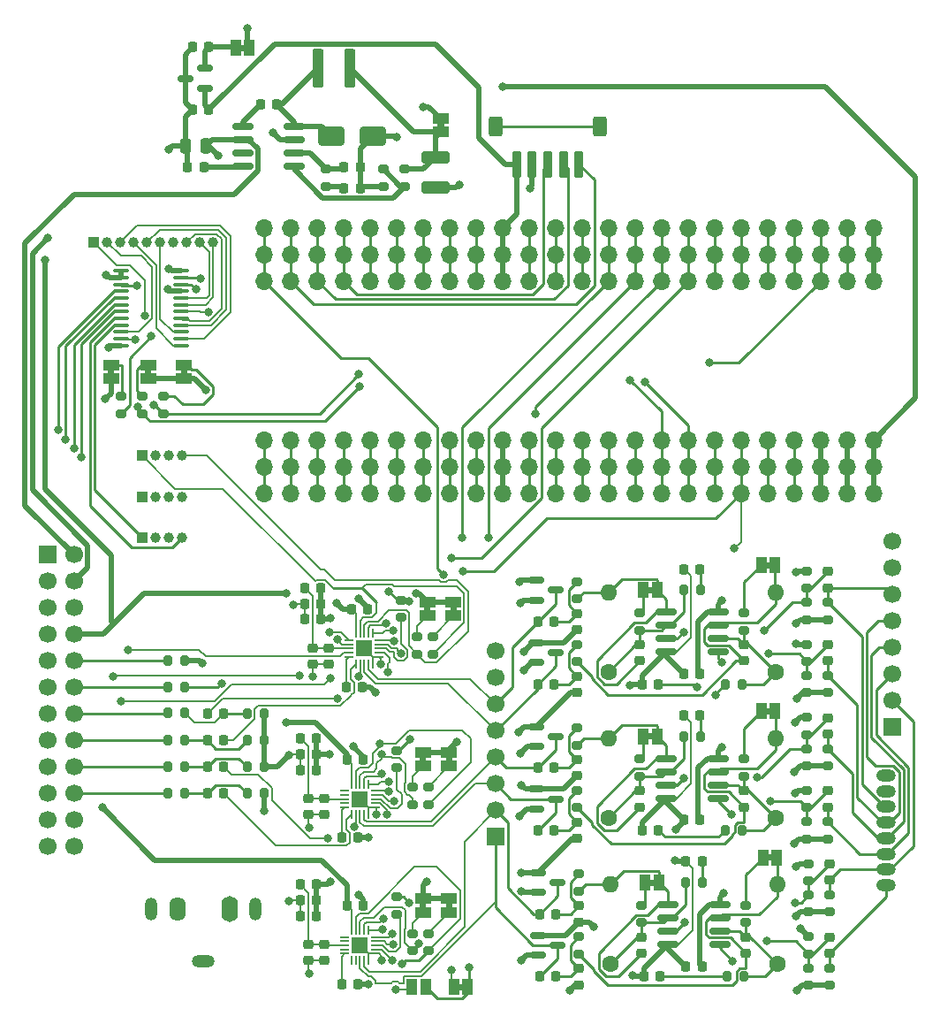
<source format=gbr>
%TF.GenerationSoftware,KiCad,Pcbnew,9.0.1*%
%TF.CreationDate,2025-05-25T21:46:02+01:00*%
%TF.ProjectId,body2,626f6479-322e-46b6-9963-61645f706362,rev?*%
%TF.SameCoordinates,Original*%
%TF.FileFunction,Copper,L1,Top*%
%TF.FilePolarity,Positive*%
%FSLAX46Y46*%
G04 Gerber Fmt 4.6, Leading zero omitted, Abs format (unit mm)*
G04 Created by KiCad (PCBNEW 9.0.1) date 2025-05-25 21:46:02*
%MOMM*%
%LPD*%
G01*
G04 APERTURE LIST*
G04 Aperture macros list*
%AMRoundRect*
0 Rectangle with rounded corners*
0 $1 Rounding radius*
0 $2 $3 $4 $5 $6 $7 $8 $9 X,Y pos of 4 corners*
0 Add a 4 corners polygon primitive as box body*
4,1,4,$2,$3,$4,$5,$6,$7,$8,$9,$2,$3,0*
0 Add four circle primitives for the rounded corners*
1,1,$1+$1,$2,$3*
1,1,$1+$1,$4,$5*
1,1,$1+$1,$6,$7*
1,1,$1+$1,$8,$9*
0 Add four rect primitives between the rounded corners*
20,1,$1+$1,$2,$3,$4,$5,0*
20,1,$1+$1,$4,$5,$6,$7,0*
20,1,$1+$1,$6,$7,$8,$9,0*
20,1,$1+$1,$8,$9,$2,$3,0*%
G04 Aperture macros list end*
%TA.AperFunction,EtchedComponent*%
%ADD10C,0.000000*%
%TD*%
%TA.AperFunction,SMDPad,CuDef*%
%ADD11RoundRect,0.225000X-0.225000X-0.250000X0.225000X-0.250000X0.225000X0.250000X-0.225000X0.250000X0*%
%TD*%
%TA.AperFunction,SMDPad,CuDef*%
%ADD12RoundRect,0.200000X-0.200000X-0.275000X0.200000X-0.275000X0.200000X0.275000X-0.200000X0.275000X0*%
%TD*%
%TA.AperFunction,SMDPad,CuDef*%
%ADD13RoundRect,0.225000X-0.250000X0.225000X-0.250000X-0.225000X0.250000X-0.225000X0.250000X0.225000X0*%
%TD*%
%TA.AperFunction,SMDPad,CuDef*%
%ADD14RoundRect,0.200000X0.275000X-0.200000X0.275000X0.200000X-0.275000X0.200000X-0.275000X-0.200000X0*%
%TD*%
%TA.AperFunction,SMDPad,CuDef*%
%ADD15R,1.500000X1.000000*%
%TD*%
%TA.AperFunction,SMDPad,CuDef*%
%ADD16RoundRect,0.225000X0.225000X0.250000X-0.225000X0.250000X-0.225000X-0.250000X0.225000X-0.250000X0*%
%TD*%
%TA.AperFunction,SMDPad,CuDef*%
%ADD17RoundRect,0.250000X0.250000X0.475000X-0.250000X0.475000X-0.250000X-0.475000X0.250000X-0.475000X0*%
%TD*%
%TA.AperFunction,SMDPad,CuDef*%
%ADD18RoundRect,0.150000X-0.587500X-0.150000X0.587500X-0.150000X0.587500X0.150000X-0.587500X0.150000X0*%
%TD*%
%TA.AperFunction,SMDPad,CuDef*%
%ADD19RoundRect,0.200000X0.200000X0.275000X-0.200000X0.275000X-0.200000X-0.275000X0.200000X-0.275000X0*%
%TD*%
%TA.AperFunction,SMDPad,CuDef*%
%ADD20R,1.000000X1.500000*%
%TD*%
%TA.AperFunction,ComponentPad*%
%ADD21R,1.000000X1.000000*%
%TD*%
%TA.AperFunction,ComponentPad*%
%ADD22C,1.000000*%
%TD*%
%TA.AperFunction,SMDPad,CuDef*%
%ADD23RoundRect,0.200000X-0.275000X0.200000X-0.275000X-0.200000X0.275000X-0.200000X0.275000X0.200000X0*%
%TD*%
%TA.AperFunction,SMDPad,CuDef*%
%ADD24RoundRect,0.218750X0.218750X0.256250X-0.218750X0.256250X-0.218750X-0.256250X0.218750X-0.256250X0*%
%TD*%
%TA.AperFunction,SMDPad,CuDef*%
%ADD25RoundRect,0.225000X0.250000X-0.225000X0.250000X0.225000X-0.250000X0.225000X-0.250000X-0.225000X0*%
%TD*%
%TA.AperFunction,SMDPad,CuDef*%
%ADD26RoundRect,0.250000X-1.100000X0.325000X-1.100000X-0.325000X1.100000X-0.325000X1.100000X0.325000X0*%
%TD*%
%TA.AperFunction,ComponentPad*%
%ADD27C,1.600000*%
%TD*%
%TA.AperFunction,ComponentPad*%
%ADD28O,1.600000X1.600000*%
%TD*%
%TA.AperFunction,SMDPad,CuDef*%
%ADD29RoundRect,0.150000X-0.825000X-0.150000X0.825000X-0.150000X0.825000X0.150000X-0.825000X0.150000X0*%
%TD*%
%TA.AperFunction,ComponentPad*%
%ADD30O,1.700000X1.700000*%
%TD*%
%TA.AperFunction,SMDPad,CuDef*%
%ADD31RoundRect,0.050000X-0.375000X-0.050000X0.375000X-0.050000X0.375000X0.050000X-0.375000X0.050000X0*%
%TD*%
%TA.AperFunction,SMDPad,CuDef*%
%ADD32RoundRect,0.050000X-0.050000X-0.375000X0.050000X-0.375000X0.050000X0.375000X-0.050000X0.375000X0*%
%TD*%
%TA.AperFunction,HeatsinkPad*%
%ADD33R,1.650000X1.650000*%
%TD*%
%TA.AperFunction,SMDPad,CuDef*%
%ADD34RoundRect,0.150000X0.587500X0.150000X-0.587500X0.150000X-0.587500X-0.150000X0.587500X-0.150000X0*%
%TD*%
%TA.AperFunction,ComponentPad*%
%ADD35O,1.200000X2.200000*%
%TD*%
%TA.AperFunction,ComponentPad*%
%ADD36O,1.600000X2.300000*%
%TD*%
%TA.AperFunction,ComponentPad*%
%ADD37O,2.200000X1.200000*%
%TD*%
%TA.AperFunction,ComponentPad*%
%ADD38O,1.600000X2.500000*%
%TD*%
%TA.AperFunction,SMDPad,CuDef*%
%ADD39RoundRect,0.100000X-0.637500X-0.100000X0.637500X-0.100000X0.637500X0.100000X-0.637500X0.100000X0*%
%TD*%
%TA.AperFunction,ComponentPad*%
%ADD40R,1.700000X1.700000*%
%TD*%
%TA.AperFunction,ComponentPad*%
%ADD41C,1.700000*%
%TD*%
%TA.AperFunction,ComponentPad*%
%ADD42O,1.870000X1.170000*%
%TD*%
%TA.AperFunction,SMDPad,CuDef*%
%ADD43RoundRect,0.250000X-1.000000X-0.650000X1.000000X-0.650000X1.000000X0.650000X-1.000000X0.650000X0*%
%TD*%
%TA.AperFunction,SMDPad,CuDef*%
%ADD44RoundRect,0.250000X-0.300000X-1.600000X0.300000X-1.600000X0.300000X1.600000X-0.300000X1.600000X0*%
%TD*%
%TA.AperFunction,SMDPad,CuDef*%
%ADD45RoundRect,0.212500X0.212500X1.087500X-0.212500X1.087500X-0.212500X-1.087500X0.212500X-1.087500X0*%
%TD*%
%TA.AperFunction,SMDPad,CuDef*%
%ADD46RoundRect,0.216667X0.433333X0.733333X-0.433333X0.733333X-0.433333X-0.733333X0.433333X-0.733333X0*%
%TD*%
%TA.AperFunction,ViaPad*%
%ADD47C,0.800000*%
%TD*%
%TA.AperFunction,Conductor*%
%ADD48C,0.200000*%
%TD*%
%TA.AperFunction,Conductor*%
%ADD49C,0.500000*%
%TD*%
%TA.AperFunction,Conductor*%
%ADD50C,0.250000*%
%TD*%
%TA.AperFunction,Conductor*%
%ADD51C,0.150000*%
%TD*%
G04 APERTURE END LIST*
D10*
%TA.AperFunction,EtchedComponent*%
%TO.C,JP19*%
G36*
X142050000Y-60750000D02*
G01*
X141450000Y-60750000D01*
X141450000Y-60250000D01*
X142050000Y-60250000D01*
X142050000Y-60750000D01*
G37*
%TD.AperFunction*%
%TA.AperFunction,EtchedComponent*%
%TO.C,JP2*%
G36*
X113987500Y-84324999D02*
G01*
X113387500Y-84324999D01*
X113387500Y-83824999D01*
X113987500Y-83824999D01*
X113987500Y-84324999D01*
G37*
%TD.AperFunction*%
%TA.AperFunction,EtchedComponent*%
%TO.C,JP11*%
G36*
X173525000Y-130900000D02*
G01*
X173025000Y-130900000D01*
X173025000Y-130300000D01*
X173525000Y-130300000D01*
X173525000Y-130900000D01*
G37*
%TD.AperFunction*%
%TA.AperFunction,EtchedComponent*%
%TO.C,JP12*%
G36*
X140760000Y-107040000D02*
G01*
X140160000Y-107040000D01*
X140160000Y-106540000D01*
X140760000Y-106540000D01*
X140760000Y-107040000D01*
G37*
%TD.AperFunction*%
%TA.AperFunction,EtchedComponent*%
%TO.C,JP18*%
G36*
X123000000Y-53400000D02*
G01*
X122500000Y-53400000D01*
X122500000Y-52800000D01*
X123000000Y-52800000D01*
X123000000Y-53400000D01*
G37*
%TD.AperFunction*%
%TA.AperFunction,EtchedComponent*%
%TO.C,JP6*%
G36*
X162075000Y-105300000D02*
G01*
X161575000Y-105300000D01*
X161575000Y-104700000D01*
X162075000Y-104700000D01*
X162075000Y-105300000D01*
G37*
%TD.AperFunction*%
%TA.AperFunction,EtchedComponent*%
%TO.C,JP4*%
G36*
X143900000Y-143300000D02*
G01*
X143400000Y-143300000D01*
X143400000Y-142700000D01*
X143900000Y-142700000D01*
X143900000Y-143300000D01*
G37*
%TD.AperFunction*%
%TA.AperFunction,EtchedComponent*%
%TO.C,JP16*%
G36*
X140350000Y-135450000D02*
G01*
X139750000Y-135450000D01*
X139750000Y-134950000D01*
X140350000Y-134950000D01*
X140350000Y-135450000D01*
G37*
%TD.AperFunction*%
%TA.AperFunction,EtchedComponent*%
%TO.C,JP17*%
G36*
X142850000Y-135450000D02*
G01*
X142250000Y-135450000D01*
X142250000Y-134950000D01*
X142850000Y-134950000D01*
X142850000Y-135450000D01*
G37*
%TD.AperFunction*%
%TA.AperFunction,EtchedComponent*%
%TO.C,JP7*%
G36*
X173350000Y-102900000D02*
G01*
X172850000Y-102900000D01*
X172850000Y-102300000D01*
X173350000Y-102300000D01*
X173350000Y-102900000D01*
G37*
%TD.AperFunction*%
%TA.AperFunction,EtchedComponent*%
%TO.C,JP14*%
G36*
X140350000Y-121450000D02*
G01*
X139750000Y-121450000D01*
X139750000Y-120950000D01*
X140350000Y-120950000D01*
X140350000Y-121450000D01*
G37*
%TD.AperFunction*%
%TA.AperFunction,EtchedComponent*%
%TO.C,JP3*%
G36*
X117437500Y-84324999D02*
G01*
X116837500Y-84324999D01*
X116837500Y-83824999D01*
X117437500Y-83824999D01*
X117437500Y-84324999D01*
G37*
%TD.AperFunction*%
%TA.AperFunction,EtchedComponent*%
%TO.C,JP1*%
G36*
X110437500Y-84325000D02*
G01*
X109837500Y-84325000D01*
X109837500Y-83825000D01*
X110437500Y-83825000D01*
X110437500Y-84325000D01*
G37*
%TD.AperFunction*%
%TA.AperFunction,EtchedComponent*%
%TO.C,JP9*%
G36*
X173350000Y-116900000D02*
G01*
X172850000Y-116900000D01*
X172850000Y-116300000D01*
X173350000Y-116300000D01*
X173350000Y-116900000D01*
G37*
%TD.AperFunction*%
%TA.AperFunction,EtchedComponent*%
%TO.C,JP8*%
G36*
X162075000Y-119300000D02*
G01*
X161575000Y-119300000D01*
X161575000Y-118700000D01*
X162075000Y-118700000D01*
X162075000Y-119300000D01*
G37*
%TD.AperFunction*%
%TA.AperFunction,EtchedComponent*%
%TO.C,JP13*%
G36*
X143260000Y-107040000D02*
G01*
X142660000Y-107040000D01*
X142660000Y-106540000D01*
X143260000Y-106540000D01*
X143260000Y-107040000D01*
G37*
%TD.AperFunction*%
%TA.AperFunction,EtchedComponent*%
%TO.C,JP15*%
G36*
X142850000Y-121450000D02*
G01*
X142250000Y-121450000D01*
X142250000Y-120950000D01*
X142850000Y-120950000D01*
X142850000Y-121450000D01*
G37*
%TD.AperFunction*%
%TA.AperFunction,EtchedComponent*%
%TO.C,JP10*%
G36*
X162250000Y-133300000D02*
G01*
X161750000Y-133300000D01*
X161750000Y-132700000D01*
X162250000Y-132700000D01*
X162250000Y-133300000D01*
G37*
%TD.AperFunction*%
%TD*%
D11*
%TO.P,C26,1*%
%TO.N,/Audio/codec2/LINE_IN_R*%
X151050000Y-128000000D03*
%TO.P,C26,2*%
%TO.N,Net-(C24-Pad1)*%
X152600000Y-128000000D03*
%TD*%
D12*
%TO.P,R10,1*%
%TO.N,AUDIO_OUT_1*%
X115570000Y-116760000D03*
%TO.P,R10,2*%
%TO.N,Net-(C1-Pad2)*%
X117220000Y-116760000D03*
%TD*%
D13*
%TO.P,C13,1*%
%TO.N,Net-(C13-Pad1)*%
X154825000Y-113225000D03*
%TO.P,C13,2*%
%TO.N,GND*%
X154825000Y-114775000D03*
%TD*%
D14*
%TO.P,R57,1*%
%TO.N,CODEC1_SCL*%
X140960000Y-111115000D03*
%TO.P,R57,2*%
%TO.N,Net-(JP13-A)*%
X140960000Y-109465000D03*
%TD*%
D15*
%TO.P,JP19,1,A*%
%TO.N,Net-(JP19-A)*%
X141750000Y-61150000D03*
%TO.P,JP19,2,B*%
%TO.N,+5V*%
X141750000Y-59850000D03*
%TD*%
D16*
%TO.P,C39,1*%
%TO.N,+3.3V*%
X130235000Y-107790000D03*
%TO.P,C39,2*%
%TO.N,GND*%
X128685000Y-107790000D03*
%TD*%
D17*
%TO.P,C56,1*%
%TO.N,+9V*%
X119200000Y-62500000D03*
%TO.P,C56,2*%
%TO.N,GND*%
X117300000Y-62500000D03*
%TD*%
D11*
%TO.P,C11,1*%
%TO.N,GND*%
X165050000Y-113000000D03*
%TO.P,C11,2*%
%TO.N,+9V*%
X166600000Y-113000000D03*
%TD*%
D15*
%TO.P,JP2,1,A*%
%TO.N,Net-(JP2-A)*%
X113687500Y-83424999D03*
%TO.P,JP2,2,B*%
%TO.N,+3.3V*%
X113687500Y-84724999D03*
%TD*%
D18*
%TO.P,D5,1,A*%
%TO.N,GND*%
X151062500Y-132050000D03*
%TO.P,D5,2,K*%
%TO.N,+3.3V*%
X151062500Y-133950000D03*
%TO.P,D5,3,COM*%
%TO.N,/Audio/codec3/LINE_IN_L*%
X152937500Y-133000000D03*
%TD*%
D16*
%TO.P,C44,1*%
%TO.N,+3.3V*%
X129825000Y-120700000D03*
%TO.P,C44,2*%
%TO.N,GND*%
X128275000Y-120700000D03*
%TD*%
D19*
%TO.P,R20,1*%
%TO.N,Net-(C7-Pad2)*%
X166650000Y-105000000D03*
%TO.P,R20,2*%
%TO.N,Net-(U3A--)*%
X165000000Y-105000000D03*
%TD*%
D18*
%TO.P,D4,1,A*%
%TO.N,GND*%
X150887500Y-124050000D03*
%TO.P,D4,2,K*%
%TO.N,+3.3V*%
X150887500Y-125950000D03*
%TO.P,D4,3,COM*%
%TO.N,/Audio/codec2/LINE_IN_R*%
X152762500Y-125000000D03*
%TD*%
D11*
%TO.P,C33,1*%
%TO.N,GND*%
X165225000Y-141000000D03*
%TO.P,C33,2*%
%TO.N,+9V*%
X166775000Y-141000000D03*
%TD*%
%TO.P,C41,1*%
%TO.N,Net-(U6-VAG)*%
X132685000Y-114290000D03*
%TO.P,C41,2*%
%TO.N,GND*%
X134235000Y-114290000D03*
%TD*%
D20*
%TO.P,JP11,1,A*%
%TO.N,Net-(JP11-A)*%
X172625000Y-130600000D03*
%TO.P,JP11,2,B*%
%TO.N,Net-(JP11-B)*%
X173925000Y-130600000D03*
%TD*%
D19*
%TO.P,R2,1*%
%TO.N,MIDI_OUT*%
X117220000Y-114300000D03*
%TO.P,R2,2*%
%TO.N,/MIDI_PIN_5*%
X115570000Y-114300000D03*
%TD*%
D14*
%TO.P,R59,1*%
%TO.N,CODEC2_SDA*%
X139050000Y-125525000D03*
%TO.P,R59,2*%
%TO.N,Net-(JP14-A)*%
X139050000Y-123875000D03*
%TD*%
D21*
%TO.P,J10,1,Pin_1*%
%TO.N,CODEC3_SCL*%
X113100000Y-99975000D03*
D22*
%TO.P,J10,2,Pin_2*%
%TO.N,+3.3V*%
X114370000Y-99975000D03*
%TO.P,J10,3,Pin_3*%
X115640000Y-99975000D03*
%TO.P,J10,4,Pin_4*%
%TO.N,CODEC3_SDA*%
X116910000Y-99975000D03*
%TD*%
D13*
%TO.P,C9,1*%
%TO.N,Net-(U3A--)*%
X160825000Y-110225000D03*
%TO.P,C9,2*%
%TO.N,Net-(JP6-B)*%
X160825000Y-111775000D03*
%TD*%
D14*
%TO.P,R25,1*%
%TO.N,Net-(U3B--)*%
X170825000Y-108825000D03*
%TO.P,R25,2*%
%TO.N,Net-(JP7-A)*%
X170825000Y-107175000D03*
%TD*%
D12*
%TO.P,R35,1*%
%TO.N,Net-(C19-Pad2)*%
X169000000Y-128000000D03*
%TO.P,R35,2*%
%TO.N,Net-(U4B--)*%
X170650000Y-128000000D03*
%TD*%
D11*
%TO.P,C8,1*%
%TO.N,GND*%
X161050000Y-114000000D03*
%TO.P,C8,2*%
%TO.N,Net-(C8-Pad2)*%
X162600000Y-114000000D03*
%TD*%
D15*
%TO.P,JP12,1,A*%
%TO.N,Net-(JP12-A)*%
X140460000Y-107440000D03*
%TO.P,JP12,2,B*%
%TO.N,+3.3V*%
X140460000Y-106140000D03*
%TD*%
D21*
%TO.P,J9,1,Pin_1*%
%TO.N,CODEC2_SCL*%
X113100000Y-96075000D03*
D22*
%TO.P,J9,2,Pin_2*%
%TO.N,+3.3V*%
X114370000Y-96075000D03*
%TO.P,J9,3,Pin_3*%
X115640000Y-96075000D03*
%TO.P,J9,4,Pin_4*%
%TO.N,CODEC2_SDA*%
X116910000Y-96075000D03*
%TD*%
D13*
%TO.P,C54,1*%
%TO.N,Net-(U8-VDDA)*%
X129050000Y-138925000D03*
%TO.P,C54,2*%
%TO.N,GND*%
X129050000Y-140475000D03*
%TD*%
D20*
%TO.P,JP18,1,A*%
%TO.N,Net-(JP18-A)*%
X122100000Y-53100000D03*
%TO.P,JP18,2,B*%
%TO.N,+1V8*%
X123400000Y-53100000D03*
%TD*%
D11*
%TO.P,C30,1*%
%TO.N,GND*%
X161225000Y-142000000D03*
%TO.P,C30,2*%
%TO.N,Net-(C30-Pad2)*%
X162775000Y-142000000D03*
%TD*%
D14*
%TO.P,R5,1*%
%TO.N,SDA_MUX*%
X115137500Y-88075000D03*
%TO.P,R5,2*%
%TO.N,Net-(JP3-A)*%
X115137500Y-86425000D03*
%TD*%
D23*
%TO.P,R43,1*%
%TO.N,/Audio/pickuppair3/INPUT_2*%
X179000000Y-141175000D03*
%TO.P,R43,2*%
%TO.N,GND*%
X179000000Y-142825000D03*
%TD*%
D14*
%TO.P,R41,1*%
%TO.N,Net-(JP9-B)*%
X154825000Y-125825000D03*
%TO.P,R41,2*%
%TO.N,Net-(C24-Pad1)*%
X154825000Y-124175000D03*
%TD*%
D20*
%TO.P,JP6,1,A*%
%TO.N,Net-(JP6-A)*%
X161175000Y-105000000D03*
%TO.P,JP6,2,B*%
%TO.N,Net-(JP6-B)*%
X162475000Y-105000000D03*
%TD*%
D13*
%TO.P,C43,1*%
%TO.N,Net-(U6-VDDA)*%
X130960000Y-110515000D03*
%TO.P,C43,2*%
%TO.N,GND*%
X130960000Y-112065000D03*
%TD*%
D24*
%TO.P,FB3,1*%
%TO.N,+3.3V*%
X129837500Y-133200000D03*
%TO.P,FB3,2*%
%TO.N,Net-(U8-VDDA)*%
X128262500Y-133200000D03*
%TD*%
D20*
%TO.P,JP4,1,A*%
%TO.N,/Audio/codec3/DAC_DOUT*%
X143000000Y-143000000D03*
%TO.P,JP4,2,B*%
%TO.N,CODEC3_DOUT*%
X144300000Y-143000000D03*
%TD*%
D16*
%TO.P,C57,1*%
%TO.N,Net-(D7-K)*%
X126025000Y-58500000D03*
%TO.P,C57,2*%
%TO.N,Net-(U9-BOOT)*%
X124475000Y-58500000D03*
%TD*%
%TO.P,C60,1*%
%TO.N,+3.3V*%
X119525000Y-59000000D03*
%TO.P,C60,2*%
%TO.N,GND*%
X117975000Y-59000000D03*
%TD*%
D11*
%TO.P,C7,1*%
%TO.N,GND*%
X165050000Y-103000000D03*
%TO.P,C7,2*%
%TO.N,Net-(C7-Pad2)*%
X166600000Y-103000000D03*
%TD*%
%TO.P,C14,1*%
%TO.N,/Audio/codec1/LINE_IN_L*%
X151050000Y-108000000D03*
%TO.P,C14,2*%
%TO.N,Net-(C12-Pad1)*%
X152600000Y-108000000D03*
%TD*%
D25*
%TO.P,C17,1*%
%TO.N,/Audio/pickuppair2/INPUT_2*%
X178825000Y-125775000D03*
%TO.P,C17,2*%
%TO.N,Net-(U4B-+)*%
X178825000Y-124225000D03*
%TD*%
%TO.P,C27,1*%
%TO.N,/Audio/pickuppair3/INPUT_1*%
X179000000Y-132775000D03*
%TO.P,C27,2*%
%TO.N,Net-(U5A-+)*%
X179000000Y-131225000D03*
%TD*%
D18*
%TO.P,D1,1,A*%
%TO.N,GND*%
X150887500Y-104050000D03*
%TO.P,D1,2,K*%
%TO.N,+3.3V*%
X150887500Y-105950000D03*
%TO.P,D1,3,COM*%
%TO.N,/Audio/codec1/LINE_IN_L*%
X152762500Y-105000000D03*
%TD*%
D26*
%TO.P,C63,1*%
%TO.N,Net-(JP19-A)*%
X141250000Y-63525000D03*
%TO.P,C63,2*%
%TO.N,GND*%
X141250000Y-66475000D03*
%TD*%
D14*
%TO.P,R40,1*%
%TO.N,Net-(JP8-B)*%
X154825000Y-119825000D03*
%TO.P,R40,2*%
%TO.N,Net-(C23-Pad1)*%
X154825000Y-118175000D03*
%TD*%
D12*
%TO.P,R13,1*%
%TO.N,AUDIO_OUT_4*%
X115570000Y-124460000D03*
%TO.P,R13,2*%
%TO.N,Net-(C4-Pad2)*%
X117220000Y-124460000D03*
%TD*%
D13*
%TO.P,C49,1*%
%TO.N,Net-(U7-VDDA)*%
X130550000Y-124925000D03*
%TO.P,C49,2*%
%TO.N,GND*%
X130550000Y-126475000D03*
%TD*%
D27*
%TO.P,R38,1*%
%TO.N,Net-(U4B--)*%
X173825000Y-126810000D03*
D28*
%TO.P,R38,2*%
%TO.N,Net-(JP9-B)*%
X173825000Y-119190000D03*
%TD*%
D18*
%TO.P,D6,1,A*%
%TO.N,GND*%
X151062500Y-138050000D03*
%TO.P,D6,2,K*%
%TO.N,+3.3V*%
X151062500Y-139950000D03*
%TO.P,D6,3,COM*%
%TO.N,/Audio/codec3/LINE_IN_R*%
X152937500Y-139000000D03*
%TD*%
D12*
%TO.P,R11,1*%
%TO.N,AUDIO_OUT_2*%
X115570000Y-119380000D03*
%TO.P,R11,2*%
%TO.N,Net-(C2-Pad2)*%
X117220000Y-119380000D03*
%TD*%
D16*
%TO.P,C2,1*%
%TO.N,/Audio/codec1/LINE_OUT_R*%
X120930000Y-119380000D03*
%TO.P,C2,2*%
%TO.N,Net-(C2-Pad2)*%
X119380000Y-119380000D03*
%TD*%
D13*
%TO.P,C48,1*%
%TO.N,Net-(U7-VDDA)*%
X129050000Y-124925000D03*
%TO.P,C48,2*%
%TO.N,GND*%
X129050000Y-126475000D03*
%TD*%
D19*
%TO.P,R8,1*%
%TO.N,GND*%
X124840000Y-116840000D03*
%TO.P,R8,2*%
%TO.N,Net-(C1-Pad2)*%
X123190000Y-116840000D03*
%TD*%
D12*
%TO.P,R12,1*%
%TO.N,AUDIO_OUT_3*%
X115570000Y-121920000D03*
%TO.P,R12,2*%
%TO.N,Net-(C3-Pad2)*%
X117220000Y-121920000D03*
%TD*%
D23*
%TO.P,R45,1*%
%TO.N,Net-(U5A-+)*%
X177000000Y-134175000D03*
%TO.P,R45,2*%
%TO.N,GND*%
X177000000Y-135825000D03*
%TD*%
D27*
%TO.P,R52,1*%
%TO.N,Net-(U5B--)*%
X174000000Y-140810000D03*
D28*
%TO.P,R52,2*%
%TO.N,Net-(JP11-B)*%
X174000000Y-133190000D03*
%TD*%
D23*
%TO.P,R18,1*%
%TO.N,+9V*%
X176825000Y-110175000D03*
%TO.P,R18,2*%
%TO.N,Net-(U3B-+)*%
X176825000Y-111825000D03*
%TD*%
D18*
%TO.P,D2,1,A*%
%TO.N,GND*%
X150887500Y-110050000D03*
%TO.P,D2,2,K*%
%TO.N,+3.3V*%
X150887500Y-111950000D03*
%TO.P,D2,3,COM*%
%TO.N,/Audio/codec1/LINE_IN_R*%
X152762500Y-111000000D03*
%TD*%
D15*
%TO.P,JP16,1,A*%
%TO.N,Net-(JP16-A)*%
X140050000Y-135850000D03*
%TO.P,JP16,2,B*%
%TO.N,+3.3V*%
X140050000Y-134550000D03*
%TD*%
D23*
%TO.P,R47,1*%
%TO.N,Net-(U5B-+)*%
X177000000Y-141175000D03*
%TO.P,R47,2*%
%TO.N,GND*%
X177000000Y-142825000D03*
%TD*%
D27*
%TO.P,R50,1*%
%TO.N,Net-(U5A--)*%
X158000000Y-140810000D03*
D28*
%TO.P,R50,2*%
%TO.N,Net-(JP10-B)*%
X158000000Y-133190000D03*
%TD*%
D15*
%TO.P,JP17,1,A*%
%TO.N,Net-(JP17-A)*%
X142550000Y-135850000D03*
%TO.P,JP17,2,B*%
%TO.N,+3.3V*%
X142550000Y-134550000D03*
%TD*%
D13*
%TO.P,C34,1*%
%TO.N,Net-(C34-Pad1)*%
X155000000Y-135225000D03*
%TO.P,C34,2*%
%TO.N,GND*%
X155000000Y-136775000D03*
%TD*%
D29*
%TO.P,U3,1*%
%TO.N,Net-(JP6-B)*%
X163350000Y-107095000D03*
%TO.P,U3,2,-*%
%TO.N,Net-(U3A--)*%
X163350000Y-108365000D03*
%TO.P,U3,3,+*%
%TO.N,Net-(U3A-+)*%
X163350000Y-109635000D03*
%TO.P,U3,4,V-*%
%TO.N,GND*%
X163350000Y-110905000D03*
%TO.P,U3,5,+*%
%TO.N,Net-(U3B-+)*%
X168300000Y-110905000D03*
%TO.P,U3,6,-*%
%TO.N,Net-(U3B--)*%
X168300000Y-109635000D03*
%TO.P,U3,7*%
%TO.N,Net-(JP7-B)*%
X168300000Y-108365000D03*
%TO.P,U3,8,V+*%
%TO.N,+9V*%
X168300000Y-107095000D03*
%TD*%
D14*
%TO.P,R23,1*%
%TO.N,Net-(U3A--)*%
X160825000Y-108825000D03*
%TO.P,R23,2*%
%TO.N,Net-(JP6-A)*%
X160825000Y-107175000D03*
%TD*%
D30*
%TO.P,U1,1,GND*%
%TO.N,GND*%
X183210000Y-75380000D03*
X183210000Y-72840000D03*
X183210000Y-70300000D03*
%TO.P,U1,2,0_RX1_CRX2_CS1*%
%TO.N,unconnected-(U1-0_RX1_CRX2_CS1-Pad2)_2*%
X180670000Y-75380000D03*
X180670000Y-72840000D03*
X180670000Y-70300000D03*
%TO.P,U1,3,1_TX1_CTX2_MISO1*%
%TO.N,MIDI_OUT*%
X178130000Y-75380000D03*
X178130000Y-72840000D03*
X178130000Y-70300000D03*
%TO.P,U1,4,2_OUT2*%
%TO.N,unconnected-(U1-2_OUT2-Pad4)_1*%
X175590000Y-75380000D03*
X175590000Y-72840000D03*
X175590000Y-70300000D03*
%TO.P,U1,5,3_LRCLK2*%
%TO.N,unconnected-(U1-3_LRCLK2-Pad5)_1*%
X173050000Y-75380000D03*
X173050000Y-72840000D03*
X173050000Y-70300000D03*
%TO.P,U1,6,4_BCLK2*%
%TO.N,unconnected-(U1-4_BCLK2-Pad6)*%
X170510000Y-75380000D03*
X170510000Y-72840000D03*
X170510000Y-70300000D03*
%TO.P,U1,7,5_IN2*%
%TO.N,unconnected-(U1-5_IN2-Pad7)_2*%
X167970000Y-75380000D03*
X167970000Y-72840000D03*
X167970000Y-70300000D03*
%TO.P,U1,8,6_OUT1D*%
%TO.N,CODEC2_DOUT*%
X165430000Y-75380000D03*
X165430000Y-72840000D03*
X165430000Y-70300000D03*
%TO.P,U1,9,7_RX2_OUT1A*%
%TO.N,CODEC1_DIN*%
X162890000Y-75380000D03*
X162890000Y-72840000D03*
X162890000Y-70300000D03*
%TO.P,U1,10,8_TX2_IN1*%
%TO.N,CODEC1_DOUT*%
X160350000Y-75380000D03*
X160350000Y-72840000D03*
X160350000Y-70300000D03*
%TO.P,U1,11,9_OUT1C*%
%TO.N,CODEC3_DOUT*%
X157810000Y-75380000D03*
X157810000Y-72840000D03*
X157810000Y-70300000D03*
%TO.P,U1,12,10_CS_MQSR*%
%TO.N,unconnected-(U1-10_CS_MQSR-Pad12)*%
X155270000Y-75380000D03*
X155270000Y-72840000D03*
X155270000Y-70300000D03*
%TO.P,U1,13,11_MOSI_CTX1*%
%TO.N,unconnected-(U1-11_MOSI_CTX1-Pad13)_1*%
X152730000Y-75380000D03*
X152730000Y-72840000D03*
X152730000Y-70300000D03*
%TO.P,U1,14,12_MISO_MQSL*%
%TO.N,unconnected-(U1-12_MISO_MQSL-Pad14)*%
X150190000Y-75380000D03*
X150190000Y-72840000D03*
X150190000Y-70300000D03*
%TO.P,U1,15,3V3*%
%TO.N,+3.3V*%
X147650000Y-75380000D03*
X147650000Y-72840000D03*
X147650000Y-70300000D03*
%TO.P,U1,16,24_A10_TX6_SCL2*%
%TO.N,unconnected-(U1-24_A10_TX6_SCL2-Pad16)_2*%
X145110000Y-75380000D03*
X145110000Y-72840000D03*
X145110000Y-70300000D03*
%TO.P,U1,17,25_A11_RX6_SDA2*%
%TO.N,unconnected-(U1-25_A11_RX6_SDA2-Pad17)_2*%
X142570000Y-75380000D03*
X142570000Y-72840000D03*
X142570000Y-70300000D03*
%TO.P,U1,18,26_A12_MOSI1*%
%TO.N,unconnected-(U1-26_A12_MOSI1-Pad18)*%
X140030000Y-75380000D03*
X140030000Y-72840000D03*
X140030000Y-70300000D03*
%TO.P,U1,19,27_A13_SCK1*%
%TO.N,unconnected-(U1-27_A13_SCK1-Pad19)_1*%
X137490000Y-75380000D03*
X137490000Y-72840000D03*
X137490000Y-70300000D03*
%TO.P,U1,20,28_RX7*%
%TO.N,unconnected-(U1-28_RX7-Pad20)_2*%
X134950000Y-75380000D03*
X134950000Y-72840000D03*
X134950000Y-70300000D03*
%TO.P,U1,21,29_TX7*%
%TO.N,FRET_CLOCK*%
X132410000Y-75380000D03*
X132410000Y-72840000D03*
X132410000Y-70300000D03*
%TO.P,U1,22,30_CRX3*%
%TO.N,FRET_LOAD*%
X129870000Y-75380000D03*
X129870000Y-72840000D03*
X129870000Y-70300000D03*
%TO.P,U1,23,31_CTX3*%
%TO.N,FRET_DATA*%
X127330000Y-75380000D03*
X127330000Y-72840000D03*
X127330000Y-70300000D03*
%TO.P,U1,24,32_OUT1B*%
%TO.N,CODEC2_DIN*%
X124790000Y-75380000D03*
X124790000Y-72840000D03*
X124790000Y-70300000D03*
%TO.P,U1,25,33_MCLK2*%
%TO.N,unconnected-(U1-33_MCLK2-Pad25)_2*%
X124790000Y-95700000D03*
X124790000Y-93160000D03*
X124790000Y-90620000D03*
%TO.P,U1,26,34_RX8*%
%TO.N,unconnected-(U1-34_RX8-Pad26)*%
X127330000Y-95700000D03*
X127330000Y-93160000D03*
X127330000Y-90620000D03*
%TO.P,U1,27,35_TX8*%
%TO.N,unconnected-(U1-35_TX8-Pad27)_1*%
X129870000Y-95700000D03*
X129870000Y-93160000D03*
X129870000Y-90620000D03*
%TO.P,U1,28,36_CS*%
%TO.N,unconnected-(U1-36_CS-Pad28)_1*%
X132410000Y-95700000D03*
X132410000Y-93160000D03*
X132410000Y-90620000D03*
%TO.P,U1,29,37_CS*%
%TO.N,unconnected-(U1-37_CS-Pad29)*%
X134950000Y-95700000D03*
X134950000Y-93160000D03*
X134950000Y-90620000D03*
%TO.P,U1,30,38_CS1_IN1*%
%TO.N,unconnected-(U1-38_CS1_IN1-Pad30)_2*%
X137490000Y-95700000D03*
X137490000Y-93160000D03*
X137490000Y-90620000D03*
%TO.P,U1,31,39_MISO1_OUT1A*%
%TO.N,unconnected-(U1-39_MISO1_OUT1A-Pad31)_2*%
X140030000Y-95700000D03*
X140030000Y-93160000D03*
X140030000Y-90620000D03*
%TO.P,U1,32,40_A16*%
%TO.N,unconnected-(U1-40_A16-Pad32)*%
X142570000Y-95700000D03*
X142570000Y-93160000D03*
X142570000Y-90620000D03*
%TO.P,U1,33,41_A17*%
%TO.N,unconnected-(U1-41_A17-Pad33)_1*%
X145110000Y-95700000D03*
X145110000Y-93160000D03*
X145110000Y-90620000D03*
%TO.P,U1,34,GND*%
%TO.N,GND*%
X147650000Y-95700000D03*
X147650000Y-93160000D03*
X147650000Y-90620000D03*
%TO.P,U1,35,13_SCK_LED*%
%TO.N,unconnected-(U1-13_SCK_LED-Pad35)_2*%
X150190000Y-95700000D03*
X150190000Y-93160000D03*
X150190000Y-90620000D03*
%TO.P,U1,36,14_A0_TX3_SPDIF_OUT*%
%TO.N,unconnected-(U1-14_A0_TX3_SPDIF_OUT-Pad36)_2*%
X152730000Y-95700000D03*
X152730000Y-93160000D03*
X152730000Y-90620000D03*
%TO.P,U1,37,15_A1_RX3_SPDIF_IN*%
%TO.N,unconnected-(U1-15_A1_RX3_SPDIF_IN-Pad37)_1*%
X155270000Y-95700000D03*
X155270000Y-93160000D03*
X155270000Y-90620000D03*
%TO.P,U1,38,16_A2_RX4_SCL1*%
%TO.N,unconnected-(U1-16_A2_RX4_SCL1-Pad38)*%
X157810000Y-95700000D03*
X157810000Y-93160000D03*
X157810000Y-90620000D03*
%TO.P,U1,39,17_A3_TX4_SDA1*%
%TO.N,unconnected-(U1-17_A3_TX4_SDA1-Pad39)_2*%
X160350000Y-95700000D03*
X160350000Y-93160000D03*
X160350000Y-90620000D03*
%TO.P,U1,40,18_A4_SDA*%
%TO.N,SDA_MUX*%
X162890000Y-95700000D03*
X162890000Y-93160000D03*
X162890000Y-90620000D03*
%TO.P,U1,41,19_A5_SCL*%
%TO.N,SCL_MUX*%
X165430000Y-95700000D03*
X165430000Y-93160000D03*
X165430000Y-90620000D03*
%TO.P,U1,42,20_A6_TX5_LRCLK1*%
%TO.N,DAC_LRCLK*%
X167970000Y-95700000D03*
X167970000Y-93160000D03*
X167970000Y-90620000D03*
%TO.P,U1,43,21_A7_RX5_BCLK1*%
%TO.N,DAC_BCLK*%
X170510000Y-95700000D03*
X170510000Y-93160000D03*
X170510000Y-90620000D03*
%TO.P,U1,44,22_A8_CTX1*%
%TO.N,unconnected-(U1-22_A8_CTX1-Pad44)*%
X173050000Y-95700000D03*
X173050000Y-93160000D03*
X173050000Y-90620000D03*
%TO.P,U1,45,23_A9_CRX1_MCLK1*%
%TO.N,DAC_MCLK*%
X175590000Y-95700000D03*
X175590000Y-93160000D03*
X175590000Y-90620000D03*
%TO.P,U1,46,3V3*%
%TO.N,+3.3V*%
X178130000Y-95700000D03*
X178130000Y-93160000D03*
X178130000Y-90620000D03*
%TO.P,U1,47,GND*%
%TO.N,GND*%
X180670000Y-95700000D03*
X180670000Y-93160000D03*
X180670000Y-90620000D03*
%TO.P,U1,48,VIN*%
%TO.N,+5V*%
X183210000Y-95700000D03*
X183210000Y-93160000D03*
X183210000Y-90620000D03*
%TD*%
D25*
%TO.P,C16,1*%
%TO.N,/Audio/pickuppair2/INPUT_1*%
X178825000Y-118775000D03*
%TO.P,C16,2*%
%TO.N,Net-(U4A-+)*%
X178825000Y-117225000D03*
%TD*%
D23*
%TO.P,R30,1*%
%TO.N,+9V*%
X176825000Y-117175000D03*
%TO.P,R30,2*%
%TO.N,Net-(U4A-+)*%
X176825000Y-118825000D03*
%TD*%
%TO.P,R44,1*%
%TO.N,+9V*%
X177000000Y-131175000D03*
%TO.P,R44,2*%
%TO.N,Net-(U5A-+)*%
X177000000Y-132825000D03*
%TD*%
D31*
%TO.P,U6,1,HP_R*%
%TO.N,/Audio/codec1/HEADPHONES_L*%
X132960000Y-109790000D03*
%TO.P,U6,2,HP_VGND*%
%TO.N,/Audio/codec1/HEADPHONES_GND*%
X132960000Y-110190000D03*
%TO.P,U6,3,VDDA*%
%TO.N,Net-(U6-VDDA)*%
X132960000Y-110590000D03*
%TO.P,U6,4,HP_L*%
%TO.N,/Audio/codec1/HEADPHONES_R*%
X132960000Y-110990000D03*
%TO.P,U6,5,VAG*%
%TO.N,Net-(U6-VAG)*%
X132960000Y-111390000D03*
D32*
%TO.P,U6,6,LINEOUT_R*%
%TO.N,/Audio/codec1/LINE_OUT_R*%
X133610000Y-112040000D03*
%TO.P,U6,7,LINEOUT_L*%
%TO.N,/Audio/codec1/LINE_OUT_L*%
X134010000Y-112040000D03*
%TO.P,U6,8,LINEIN_R*%
%TO.N,/Audio/codec1/LINE_IN_R*%
X134410000Y-112040000D03*
%TO.P,U6,9,LINEIN_L*%
%TO.N,/Audio/codec1/LINE_IN_L*%
X134810000Y-112040000D03*
%TO.P,U6,10,MIC*%
%TO.N,GND*%
X135210000Y-112040000D03*
D31*
%TO.P,U6,11,MIC_BIAS*%
X135860000Y-111390000D03*
%TO.P,U6,12,VDDIO*%
%TO.N,+3.3V*%
X135860000Y-110990000D03*
%TO.P,U6,13,SYS_MCLK*%
%TO.N,Net-(U6-SYS_MCLK)*%
X135860000Y-110590000D03*
%TO.P,U6,14,I2S_LRCLK*%
%TO.N,DAC_LRCLK*%
X135860000Y-110190000D03*
%TO.P,U6,15,I2S_SCLK*%
%TO.N,DAC_BCLK*%
X135860000Y-109790000D03*
D32*
%TO.P,U6,16,I2S_DOUT*%
%TO.N,CODEC1_DOUT*%
X135210000Y-109140000D03*
%TO.P,U6,17,I2S_DIN*%
%TO.N,CODEC1_DIN*%
X134810000Y-109140000D03*
%TO.P,U6,18,CTRL_DATA*%
%TO.N,CODEC1_SDA*%
X134410000Y-109140000D03*
%TO.P,U6,19,CTRL_CLK*%
%TO.N,CODEC1_SCL*%
X134010000Y-109140000D03*
%TO.P,U6,20,VDDD*%
%TO.N,+1V8*%
X133610000Y-109140000D03*
D33*
%TO.P,U6,21,GND*%
%TO.N,GND*%
X134410000Y-110590000D03*
%TD*%
D16*
%TO.P,C62,1*%
%TO.N,Net-(JP18-A)*%
X119525000Y-53000000D03*
%TO.P,C62,2*%
%TO.N,GND*%
X117975000Y-53000000D03*
%TD*%
D14*
%TO.P,R62,1*%
%TO.N,CODEC3_SDA*%
X139050000Y-139525000D03*
%TO.P,R62,2*%
%TO.N,Net-(JP16-A)*%
X139050000Y-137875000D03*
%TD*%
D11*
%TO.P,C46,1*%
%TO.N,+1V8*%
X132775000Y-121200000D03*
%TO.P,C46,2*%
%TO.N,GND*%
X134325000Y-121200000D03*
%TD*%
%TO.P,C29,1*%
%TO.N,GND*%
X165225000Y-131000000D03*
%TO.P,C29,2*%
%TO.N,Net-(C29-Pad2)*%
X166775000Y-131000000D03*
%TD*%
D23*
%TO.P,R65,1*%
%TO.N,Net-(U9-COMP)*%
X130750000Y-64675000D03*
%TO.P,R65,2*%
%TO.N,Net-(C59-Pad1)*%
X130750000Y-66325000D03*
%TD*%
D11*
%TO.P,C59,1*%
%TO.N,Net-(C59-Pad1)*%
X132475000Y-66500000D03*
%TO.P,C59,2*%
%TO.N,GND*%
X134025000Y-66500000D03*
%TD*%
D19*
%TO.P,R48,1*%
%TO.N,Net-(C29-Pad2)*%
X166825000Y-133000000D03*
%TO.P,R48,2*%
%TO.N,Net-(U5A--)*%
X165175000Y-133000000D03*
%TD*%
D18*
%TO.P,D3,1,A*%
%TO.N,GND*%
X150887500Y-118050000D03*
%TO.P,D3,2,K*%
%TO.N,+3.3V*%
X150887500Y-119950000D03*
%TO.P,D3,3,COM*%
%TO.N,/Audio/codec2/LINE_IN_L*%
X152762500Y-119000000D03*
%TD*%
D14*
%TO.P,R63,1*%
%TO.N,CODEC3_SCL*%
X140550000Y-139525000D03*
%TO.P,R63,2*%
%TO.N,Net-(JP17-A)*%
X140550000Y-137875000D03*
%TD*%
D16*
%TO.P,C51,1*%
%TO.N,+3.3V*%
X129825000Y-136200000D03*
%TO.P,C51,2*%
%TO.N,GND*%
X128275000Y-136200000D03*
%TD*%
D11*
%TO.P,C53,1*%
%TO.N,Net-(U8-VAG)*%
X132275000Y-142700000D03*
%TO.P,C53,2*%
%TO.N,GND*%
X133825000Y-142700000D03*
%TD*%
D12*
%TO.P,R49,1*%
%TO.N,Net-(C30-Pad2)*%
X169175000Y-142000000D03*
%TO.P,R49,2*%
%TO.N,Net-(U5B--)*%
X170825000Y-142000000D03*
%TD*%
D34*
%TO.P,U10,1,VI*%
%TO.N,+3.3V*%
X119125000Y-56950000D03*
%TO.P,U10,2,VO*%
%TO.N,Net-(JP18-A)*%
X119125000Y-55050000D03*
%TO.P,U10,3,GND*%
%TO.N,GND*%
X117250000Y-56000000D03*
%TD*%
D25*
%TO.P,C5,1*%
%TO.N,/Audio/pickuppair1/INPUT_1*%
X178825000Y-104775000D03*
%TO.P,C5,2*%
%TO.N,Net-(U3A-+)*%
X178825000Y-103225000D03*
%TD*%
D14*
%TO.P,R60,1*%
%TO.N,CODEC2_SCL*%
X140550000Y-125525000D03*
%TO.P,R60,2*%
%TO.N,Net-(JP15-A)*%
X140550000Y-123875000D03*
%TD*%
D13*
%TO.P,C21,1*%
%TO.N,Net-(U4B--)*%
X170825000Y-124225000D03*
%TO.P,C21,2*%
%TO.N,Net-(JP9-B)*%
X170825000Y-125775000D03*
%TD*%
D20*
%TO.P,JP7,1,A*%
%TO.N,Net-(JP7-A)*%
X172450000Y-102600000D03*
%TO.P,JP7,2,B*%
%TO.N,Net-(JP7-B)*%
X173750000Y-102600000D03*
%TD*%
D14*
%TO.P,R39,1*%
%TO.N,Net-(U4B--)*%
X170825000Y-122825000D03*
%TO.P,R39,2*%
%TO.N,Net-(JP9-A)*%
X170825000Y-121175000D03*
%TD*%
D23*
%TO.P,R15,1*%
%TO.N,/Audio/pickuppair1/INPUT_2*%
X178825000Y-113175000D03*
%TO.P,R15,2*%
%TO.N,GND*%
X178825000Y-114825000D03*
%TD*%
D19*
%TO.P,R6,1*%
%TO.N,GND*%
X124840000Y-119380000D03*
%TO.P,R6,2*%
%TO.N,Net-(C2-Pad2)*%
X123190000Y-119380000D03*
%TD*%
%TO.P,R7,1*%
%TO.N,GND*%
X124840000Y-124460000D03*
%TO.P,R7,2*%
%TO.N,Net-(C4-Pad2)*%
X123190000Y-124460000D03*
%TD*%
D21*
%TO.P,J8,1,Pin_1*%
%TO.N,CODEC1_SCL*%
X113100000Y-92075000D03*
D22*
%TO.P,J8,2,Pin_2*%
%TO.N,+3.3V*%
X114370000Y-92075000D03*
%TO.P,J8,3,Pin_3*%
X115640000Y-92075000D03*
%TO.P,J8,4,Pin_4*%
%TO.N,CODEC1_SDA*%
X116910000Y-92075000D03*
%TD*%
D14*
%TO.P,R37,1*%
%TO.N,Net-(U4A--)*%
X160825000Y-122825000D03*
%TO.P,R37,2*%
%TO.N,Net-(JP8-A)*%
X160825000Y-121175000D03*
%TD*%
D23*
%TO.P,R66,1*%
%TO.N,Net-(JP19-A)*%
X138250000Y-64675000D03*
%TO.P,R66,2*%
%TO.N,Net-(U9-VSENSE)*%
X138250000Y-66325000D03*
%TD*%
D11*
%TO.P,C52,1*%
%TO.N,+1V8*%
X132775000Y-135200000D03*
%TO.P,C52,2*%
%TO.N,GND*%
X134325000Y-135200000D03*
%TD*%
D35*
%TO.P,J7,R*%
%TO.N,/Audio/codec1/HEADPHONES_R*%
X114000000Y-135500000D03*
D36*
%TO.P,J7,RN*%
%TO.N,unconnected-(J7-PadRN)*%
X116500000Y-135500000D03*
D37*
%TO.P,J7,S*%
%TO.N,/Audio/codec1/HEADPHONES_GND*%
X119000000Y-140500000D03*
D35*
%TO.P,J7,T*%
%TO.N,/Audio/codec1/HEADPHONES_L*%
X124000000Y-135500000D03*
D38*
%TO.P,J7,TN*%
%TO.N,unconnected-(J7-PadTN)*%
X121500000Y-135500000D03*
%TD*%
D23*
%TO.P,R31,1*%
%TO.N,Net-(U4A-+)*%
X176825000Y-120175000D03*
%TO.P,R31,2*%
%TO.N,GND*%
X176825000Y-121825000D03*
%TD*%
D20*
%TO.P,JP5,1,A*%
%TO.N,/Audio/codec3/DAC_DIN*%
X139000000Y-143000000D03*
%TO.P,JP5,2,B*%
%TO.N,CODEC3_DOUT*%
X140300000Y-143000000D03*
%TD*%
D24*
%TO.P,FB1,1*%
%TO.N,+3.3V*%
X130247500Y-104790000D03*
%TO.P,FB1,2*%
%TO.N,Net-(U6-VDDA)*%
X128672500Y-104790000D03*
%TD*%
D14*
%TO.P,R58,1*%
%TO.N,Net-(U6-SYS_MCLK)*%
X137960000Y-107615000D03*
%TO.P,R58,2*%
%TO.N,DAC_MCLK*%
X137960000Y-105965000D03*
%TD*%
D23*
%TO.P,R46,1*%
%TO.N,+9V*%
X177000000Y-138175000D03*
%TO.P,R46,2*%
%TO.N,Net-(U5B-+)*%
X177000000Y-139825000D03*
%TD*%
D11*
%TO.P,C47,1*%
%TO.N,Net-(U7-VAG)*%
X132275000Y-128700000D03*
%TO.P,C47,2*%
%TO.N,GND*%
X133825000Y-128700000D03*
%TD*%
D14*
%TO.P,R27,1*%
%TO.N,Net-(JP7-B)*%
X154825000Y-111825000D03*
%TO.P,R27,2*%
%TO.N,Net-(C13-Pad1)*%
X154825000Y-110175000D03*
%TD*%
D23*
%TO.P,R33,1*%
%TO.N,Net-(U4B-+)*%
X176825000Y-127175000D03*
%TO.P,R33,2*%
%TO.N,GND*%
X176825000Y-128825000D03*
%TD*%
D29*
%TO.P,U5,1*%
%TO.N,Net-(JP10-B)*%
X163525000Y-135095000D03*
%TO.P,U5,2,-*%
%TO.N,Net-(U5A--)*%
X163525000Y-136365000D03*
%TO.P,U5,3,+*%
%TO.N,Net-(U5A-+)*%
X163525000Y-137635000D03*
%TO.P,U5,4,V-*%
%TO.N,GND*%
X163525000Y-138905000D03*
%TO.P,U5,5,+*%
%TO.N,Net-(U5B-+)*%
X168475000Y-138905000D03*
%TO.P,U5,6,-*%
%TO.N,Net-(U5B--)*%
X168475000Y-137635000D03*
%TO.P,U5,7*%
%TO.N,Net-(JP11-B)*%
X168475000Y-136365000D03*
%TO.P,U5,8,V+*%
%TO.N,+9V*%
X168475000Y-135095000D03*
%TD*%
D16*
%TO.P,C50,1*%
%TO.N,+3.3V*%
X129825000Y-134700000D03*
%TO.P,C50,2*%
%TO.N,GND*%
X128275000Y-134700000D03*
%TD*%
D15*
%TO.P,JP14,1,A*%
%TO.N,Net-(JP14-A)*%
X140050000Y-121850000D03*
%TO.P,JP14,2,B*%
%TO.N,+3.3V*%
X140050000Y-120550000D03*
%TD*%
D25*
%TO.P,C6,1*%
%TO.N,/Audio/pickuppair1/INPUT_2*%
X178825000Y-111775000D03*
%TO.P,C6,2*%
%TO.N,Net-(U3B-+)*%
X178825000Y-110225000D03*
%TD*%
%TO.P,C28,1*%
%TO.N,/Audio/pickuppair3/INPUT_2*%
X179000000Y-139775000D03*
%TO.P,C28,2*%
%TO.N,Net-(U5B-+)*%
X179000000Y-138225000D03*
%TD*%
D13*
%TO.P,C12,1*%
%TO.N,Net-(C12-Pad1)*%
X154825000Y-107225000D03*
%TO.P,C12,2*%
%TO.N,GND*%
X154825000Y-108775000D03*
%TD*%
D11*
%TO.P,C19,1*%
%TO.N,GND*%
X161050000Y-128000000D03*
%TO.P,C19,2*%
%TO.N,Net-(C19-Pad2)*%
X162600000Y-128000000D03*
%TD*%
D31*
%TO.P,U8,1,HP_R*%
%TO.N,/Audio/codec3/HEADPHONES_L*%
X132550000Y-138200000D03*
%TO.P,U8,2,HP_VGND*%
%TO.N,/Audio/codec3/HEADPHONES_GND*%
X132550000Y-138600000D03*
%TO.P,U8,3,VDDA*%
%TO.N,Net-(U8-VDDA)*%
X132550000Y-139000000D03*
%TO.P,U8,4,HP_L*%
%TO.N,/Audio/codec3/HEADPHONES_R*%
X132550000Y-139400000D03*
%TO.P,U8,5,VAG*%
%TO.N,Net-(U8-VAG)*%
X132550000Y-139800000D03*
D32*
%TO.P,U8,6,LINEOUT_R*%
%TO.N,/Audio/codec3/LINE_OUT_R*%
X133200000Y-140450000D03*
%TO.P,U8,7,LINEOUT_L*%
%TO.N,/Audio/codec3/LINE_OUT_L*%
X133600000Y-140450000D03*
%TO.P,U8,8,LINEIN_R*%
%TO.N,/Audio/codec3/LINE_IN_R*%
X134000000Y-140450000D03*
%TO.P,U8,9,LINEIN_L*%
%TO.N,/Audio/codec3/LINE_IN_L*%
X134400000Y-140450000D03*
%TO.P,U8,10,MIC*%
%TO.N,GND*%
X134800000Y-140450000D03*
D31*
%TO.P,U8,11,MIC_BIAS*%
X135450000Y-139800000D03*
%TO.P,U8,12,VDDIO*%
%TO.N,+3.3V*%
X135450000Y-139400000D03*
%TO.P,U8,13,SYS_MCLK*%
%TO.N,Net-(U8-SYS_MCLK)*%
X135450000Y-139000000D03*
%TO.P,U8,14,I2S_LRCLK*%
%TO.N,DAC_LRCLK*%
X135450000Y-138600000D03*
%TO.P,U8,15,I2S_SCLK*%
%TO.N,DAC_BCLK*%
X135450000Y-138200000D03*
D32*
%TO.P,U8,16,I2S_DOUT*%
%TO.N,/Audio/codec3/DAC_DOUT*%
X134800000Y-137550000D03*
%TO.P,U8,17,I2S_DIN*%
%TO.N,/Audio/codec3/DAC_DIN*%
X134400000Y-137550000D03*
%TO.P,U8,18,CTRL_DATA*%
%TO.N,CODEC3_SDA*%
X134000000Y-137550000D03*
%TO.P,U8,19,CTRL_CLK*%
%TO.N,CODEC3_SCL*%
X133600000Y-137550000D03*
%TO.P,U8,20,VDDD*%
%TO.N,+1V8*%
X133200000Y-137550000D03*
D33*
%TO.P,U8,21,GND*%
%TO.N,GND*%
X134000000Y-139000000D03*
%TD*%
D23*
%TO.P,R17,1*%
%TO.N,Net-(U3A-+)*%
X176825000Y-106175000D03*
%TO.P,R17,2*%
%TO.N,GND*%
X176825000Y-107825000D03*
%TD*%
D15*
%TO.P,JP3,1,A*%
%TO.N,Net-(JP3-A)*%
X117137500Y-83424999D03*
%TO.P,JP3,2,B*%
%TO.N,+3.3V*%
X117137500Y-84724999D03*
%TD*%
D21*
%TO.P,J3,1,Pin_1*%
%TO.N,Net-(J3-Pin_1)*%
X108517500Y-71725000D03*
D22*
%TO.P,J3,2,Pin_2*%
%TO.N,Net-(J3-Pin_2)*%
X109787500Y-71725000D03*
%TO.P,J3,3,Pin_3*%
%TO.N,Net-(J3-Pin_3)*%
X111057500Y-71725000D03*
%TO.P,J3,4,Pin_4*%
%TO.N,Net-(J3-Pin_4)*%
X112327500Y-71725000D03*
%TO.P,J3,5,Pin_5*%
%TO.N,Net-(J3-Pin_5)*%
X113597500Y-71725000D03*
%TO.P,J3,6,Pin_6*%
%TO.N,Net-(J3-Pin_6)*%
X114867500Y-71725000D03*
%TO.P,J3,7,Pin_7*%
%TO.N,Net-(J3-Pin_7)*%
X116137500Y-71725000D03*
%TO.P,J3,8,Pin_8*%
%TO.N,Net-(J3-Pin_8)*%
X117407500Y-71725000D03*
%TO.P,J3,9,Pin_9*%
%TO.N,Net-(J3-Pin_9)*%
X118677500Y-71725000D03*
%TO.P,J3,10,Pin_10*%
%TO.N,Net-(J3-Pin_10)*%
X119947500Y-71725000D03*
%TD*%
D13*
%TO.P,C31,1*%
%TO.N,Net-(U5A--)*%
X161000000Y-138225000D03*
%TO.P,C31,2*%
%TO.N,Net-(JP10-B)*%
X161000000Y-139775000D03*
%TD*%
D11*
%TO.P,C36,1*%
%TO.N,/Audio/codec3/LINE_IN_L*%
X151225000Y-136000000D03*
%TO.P,C36,2*%
%TO.N,Net-(C34-Pad1)*%
X152775000Y-136000000D03*
%TD*%
%TO.P,C25,1*%
%TO.N,/Audio/codec2/LINE_IN_L*%
X151050000Y-122000000D03*
%TO.P,C25,2*%
%TO.N,Net-(C23-Pad1)*%
X152600000Y-122000000D03*
%TD*%
D15*
%TO.P,JP1,1,A*%
%TO.N,Net-(JP1-A)*%
X110137500Y-83425000D03*
%TO.P,JP1,2,B*%
%TO.N,+3.3V*%
X110137500Y-84725000D03*
%TD*%
D11*
%TO.P,C18,1*%
%TO.N,GND*%
X165050000Y-117000000D03*
%TO.P,C18,2*%
%TO.N,Net-(C18-Pad2)*%
X166600000Y-117000000D03*
%TD*%
D23*
%TO.P,R32,1*%
%TO.N,+9V*%
X176825000Y-124175000D03*
%TO.P,R32,2*%
%TO.N,Net-(U4B-+)*%
X176825000Y-125825000D03*
%TD*%
D13*
%TO.P,C42,1*%
%TO.N,Net-(U6-VDDA)*%
X129460000Y-110515000D03*
%TO.P,C42,2*%
%TO.N,GND*%
X129460000Y-112065000D03*
%TD*%
D23*
%TO.P,R29,1*%
%TO.N,/Audio/pickuppair2/INPUT_2*%
X178825000Y-127175000D03*
%TO.P,R29,2*%
%TO.N,GND*%
X178825000Y-128825000D03*
%TD*%
D29*
%TO.P,U4,1*%
%TO.N,Net-(JP8-B)*%
X163350000Y-121095000D03*
%TO.P,U4,2,-*%
%TO.N,Net-(U4A--)*%
X163350000Y-122365000D03*
%TO.P,U4,3,+*%
%TO.N,Net-(U4A-+)*%
X163350000Y-123635000D03*
%TO.P,U4,4,V-*%
%TO.N,GND*%
X163350000Y-124905000D03*
%TO.P,U4,5,+*%
%TO.N,Net-(U4B-+)*%
X168300000Y-124905000D03*
%TO.P,U4,6,-*%
%TO.N,Net-(U4B--)*%
X168300000Y-123635000D03*
%TO.P,U4,7*%
%TO.N,Net-(JP9-B)*%
X168300000Y-122365000D03*
%TO.P,U4,8,V+*%
%TO.N,+9V*%
X168300000Y-121095000D03*
%TD*%
D11*
%TO.P,C22,1*%
%TO.N,GND*%
X165050000Y-127000000D03*
%TO.P,C22,2*%
%TO.N,+9V*%
X166600000Y-127000000D03*
%TD*%
D27*
%TO.P,R24,1*%
%TO.N,Net-(U3B--)*%
X173825000Y-112810000D03*
D28*
%TO.P,R24,2*%
%TO.N,Net-(JP7-B)*%
X173825000Y-105190000D03*
%TD*%
D20*
%TO.P,JP9,1,A*%
%TO.N,Net-(JP9-A)*%
X172450000Y-116600000D03*
%TO.P,JP9,2,B*%
%TO.N,Net-(JP9-B)*%
X173750000Y-116600000D03*
%TD*%
D13*
%TO.P,C32,1*%
%TO.N,Net-(U5B--)*%
X171000000Y-138225000D03*
%TO.P,C32,2*%
%TO.N,Net-(JP11-B)*%
X171000000Y-139775000D03*
%TD*%
D29*
%TO.P,U9,1,BOOT*%
%TO.N,Net-(U9-BOOT)*%
X122775000Y-60595000D03*
%TO.P,U9,2,VIN*%
%TO.N,+9V*%
X122775000Y-61865000D03*
%TO.P,U9,3,EN*%
%TO.N,unconnected-(U9-EN-Pad3)*%
X122775000Y-63135000D03*
%TO.P,U9,4,SS*%
%TO.N,Net-(U9-SS)*%
X122775000Y-64405000D03*
%TO.P,U9,5,VSENSE*%
%TO.N,Net-(U9-VSENSE)*%
X127725000Y-64405000D03*
%TO.P,U9,6,COMP*%
%TO.N,Net-(U9-COMP)*%
X127725000Y-63135000D03*
%TO.P,U9,7,GND*%
%TO.N,GND*%
X127725000Y-61865000D03*
%TO.P,U9,8,PH*%
%TO.N,Net-(D7-K)*%
X127725000Y-60595000D03*
%TD*%
D16*
%TO.P,C45,1*%
%TO.N,+3.3V*%
X129825000Y-122200000D03*
%TO.P,C45,2*%
%TO.N,GND*%
X128275000Y-122200000D03*
%TD*%
D23*
%TO.P,R14,1*%
%TO.N,/Audio/pickuppair1/INPUT_1*%
X178825000Y-106175000D03*
%TO.P,R14,2*%
%TO.N,GND*%
X178825000Y-107825000D03*
%TD*%
D20*
%TO.P,JP8,1,A*%
%TO.N,Net-(JP8-A)*%
X161175000Y-119000000D03*
%TO.P,JP8,2,B*%
%TO.N,Net-(JP8-B)*%
X162475000Y-119000000D03*
%TD*%
D11*
%TO.P,C37,1*%
%TO.N,/Audio/codec3/LINE_IN_R*%
X151225000Y-142000000D03*
%TO.P,C37,2*%
%TO.N,Net-(C35-Pad1)*%
X152775000Y-142000000D03*
%TD*%
D16*
%TO.P,C38,1*%
%TO.N,+3.3V*%
X130235000Y-106290000D03*
%TO.P,C38,2*%
%TO.N,GND*%
X128685000Y-106290000D03*
%TD*%
D11*
%TO.P,C40,1*%
%TO.N,+1V8*%
X133185000Y-106790000D03*
%TO.P,C40,2*%
%TO.N,GND*%
X134735000Y-106790000D03*
%TD*%
D12*
%TO.P,R21,1*%
%TO.N,Net-(C8-Pad2)*%
X169000000Y-114000000D03*
%TO.P,R21,2*%
%TO.N,Net-(U3B--)*%
X170650000Y-114000000D03*
%TD*%
D13*
%TO.P,C23,1*%
%TO.N,Net-(C23-Pad1)*%
X154825000Y-121225000D03*
%TO.P,C23,2*%
%TO.N,GND*%
X154825000Y-122775000D03*
%TD*%
D19*
%TO.P,R1,1*%
%TO.N,+3.3V*%
X117220000Y-111760000D03*
%TO.P,R1,2*%
%TO.N,/MIDI_PIN_4*%
X115570000Y-111760000D03*
%TD*%
D16*
%TO.P,C3,1*%
%TO.N,/Audio/codec2/LINE_OUT_L*%
X120930000Y-121920000D03*
%TO.P,C3,2*%
%TO.N,Net-(C3-Pad2)*%
X119380000Y-121920000D03*
%TD*%
D19*
%TO.P,R9,1*%
%TO.N,GND*%
X124840000Y-121920000D03*
%TO.P,R9,2*%
%TO.N,Net-(C3-Pad2)*%
X123190000Y-121920000D03*
%TD*%
D39*
%TO.P,U2,1,A0*%
%TO.N,GND*%
X111137500Y-74425000D03*
%TO.P,U2,2,A1*%
X111137500Y-75075000D03*
%TO.P,U2,3,~{RESET}*%
%TO.N,MUX_RESET*%
X111137500Y-75725000D03*
%TO.P,U2,4,SD0*%
%TO.N,CODEC1_SDA*%
X111137500Y-76375000D03*
%TO.P,U2,5,SC0*%
%TO.N,CODEC1_SCL*%
X111137500Y-77025000D03*
%TO.P,U2,6,SD1*%
%TO.N,CODEC2_SDA*%
X111137500Y-77675000D03*
%TO.P,U2,7,SC1*%
%TO.N,CODEC2_SCL*%
X111137500Y-78325000D03*
%TO.P,U2,8,SD2*%
%TO.N,CODEC3_SDA*%
X111137500Y-78975000D03*
%TO.P,U2,9,SC2*%
%TO.N,CODEC3_SCL*%
X111137500Y-79625000D03*
%TO.P,U2,10,SD3*%
%TO.N,Net-(J3-Pin_2)*%
X111137500Y-80275000D03*
%TO.P,U2,11,SC3*%
%TO.N,Net-(J3-Pin_1)*%
X111137500Y-80925000D03*
%TO.P,U2,12,GND*%
%TO.N,GND*%
X111137500Y-81575000D03*
%TO.P,U2,13,SD4*%
%TO.N,Net-(J3-Pin_4)*%
X116862500Y-81575000D03*
%TO.P,U2,14,SC4*%
%TO.N,Net-(J3-Pin_3)*%
X116862500Y-80925000D03*
%TO.P,U2,15,SD5*%
%TO.N,Net-(J3-Pin_6)*%
X116862500Y-80275000D03*
%TO.P,U2,16,SC5*%
%TO.N,Net-(J3-Pin_5)*%
X116862500Y-79625000D03*
%TO.P,U2,17,SD6*%
%TO.N,Net-(J3-Pin_8)*%
X116862500Y-78975000D03*
%TO.P,U2,18,SC6*%
%TO.N,Net-(J3-Pin_7)*%
X116862500Y-78325000D03*
%TO.P,U2,19,SD7*%
%TO.N,Net-(J3-Pin_10)*%
X116862500Y-77675000D03*
%TO.P,U2,20,SC7*%
%TO.N,Net-(J3-Pin_9)*%
X116862500Y-77025000D03*
%TO.P,U2,21,A2*%
%TO.N,GND*%
X116862500Y-76375000D03*
%TO.P,U2,22,SCL*%
%TO.N,SCL_MUX*%
X116862500Y-75725000D03*
%TO.P,U2,23,SDA*%
%TO.N,SDA_MUX*%
X116862500Y-75075000D03*
%TO.P,U2,24,VCC*%
%TO.N,+3.3V*%
X116862500Y-74425000D03*
%TD*%
D14*
%TO.P,R53,1*%
%TO.N,Net-(U5B--)*%
X171000000Y-136825000D03*
%TO.P,R53,2*%
%TO.N,Net-(JP11-A)*%
X171000000Y-135175000D03*
%TD*%
D27*
%TO.P,R22,1*%
%TO.N,Net-(U3A--)*%
X157825000Y-112810000D03*
D28*
%TO.P,R22,2*%
%TO.N,Net-(JP6-B)*%
X157825000Y-105190000D03*
%TD*%
D13*
%TO.P,C35,1*%
%TO.N,Net-(C35-Pad1)*%
X155000000Y-141225000D03*
%TO.P,C35,2*%
%TO.N,GND*%
X155000000Y-142775000D03*
%TD*%
D14*
%TO.P,R26,1*%
%TO.N,Net-(JP6-B)*%
X154825000Y-105825000D03*
%TO.P,R26,2*%
%TO.N,Net-(C12-Pad1)*%
X154825000Y-104175000D03*
%TD*%
D11*
%TO.P,C1,1*%
%TO.N,/Audio/codec1/LINE_OUT_L*%
X119380000Y-116840000D03*
%TO.P,C1,2*%
%TO.N,Net-(C1-Pad2)*%
X120930000Y-116840000D03*
%TD*%
D19*
%TO.P,R34,1*%
%TO.N,Net-(C18-Pad2)*%
X166650000Y-119000000D03*
%TO.P,R34,2*%
%TO.N,Net-(U4A--)*%
X165000000Y-119000000D03*
%TD*%
D15*
%TO.P,JP13,1,A*%
%TO.N,Net-(JP13-A)*%
X142960000Y-107440000D03*
%TO.P,JP13,2,B*%
%TO.N,+3.3V*%
X142960000Y-106140000D03*
%TD*%
D40*
%TO.P,J2,1,Pin_1*%
%TO.N,GND*%
X104060000Y-101600000D03*
D41*
%TO.P,J2,2,Pin_2*%
%TO.N,+9V*%
X106600000Y-101600000D03*
%TO.P,J2,3,Pin_3*%
%TO.N,GND*%
X104060000Y-104140000D03*
%TO.P,J2,4,Pin_4*%
%TO.N,+5V*%
X106600000Y-104140000D03*
%TO.P,J2,5,Pin_5*%
%TO.N,GND*%
X104060000Y-106680000D03*
%TO.P,J2,6,Pin_6*%
%TO.N,+3.3V*%
X106600000Y-106680000D03*
%TO.P,J2,7,Pin_7*%
%TO.N,GND*%
X104060000Y-109220000D03*
%TO.P,J2,8,Pin_8*%
%TO.N,+1V8*%
X106600000Y-109220000D03*
%TO.P,J2,9,Pin_9*%
%TO.N,GND*%
X104060000Y-111760000D03*
%TO.P,J2,10,Pin_10*%
%TO.N,/MIDI_PIN_4*%
X106600000Y-111760000D03*
%TO.P,J2,11,Pin_11*%
%TO.N,GND*%
X104060000Y-114300000D03*
%TO.P,J2,12,Pin_12*%
%TO.N,/MIDI_PIN_5*%
X106600000Y-114300000D03*
%TO.P,J2,13,Pin_13*%
%TO.N,GND*%
X104060000Y-116840000D03*
%TO.P,J2,14,Pin_14*%
%TO.N,AUDIO_OUT_1*%
X106600000Y-116840000D03*
%TO.P,J2,15,Pin_15*%
%TO.N,GND*%
X104060000Y-119380000D03*
%TO.P,J2,16,Pin_16*%
%TO.N,AUDIO_OUT_2*%
X106600000Y-119380000D03*
%TO.P,J2,17,Pin_17*%
%TO.N,GND*%
X104060000Y-121920000D03*
%TO.P,J2,18,Pin_18*%
%TO.N,AUDIO_OUT_3*%
X106600000Y-121920000D03*
%TO.P,J2,19,Pin_19*%
%TO.N,GND*%
X104060000Y-124460000D03*
%TO.P,J2,20,Pin_20*%
%TO.N,AUDIO_OUT_4*%
X106600000Y-124460000D03*
%TO.P,J2,21,Pin_21*%
%TO.N,GND*%
X104060000Y-127000000D03*
%TO.P,J2,22,Pin_22*%
X106600000Y-127000000D03*
%TO.P,J2,23,Pin_23*%
X104060000Y-129540000D03*
%TO.P,J2,24,Pin_24*%
X106600000Y-129540000D03*
%TD*%
D14*
%TO.P,R61,1*%
%TO.N,Net-(U7-SYS_MCLK)*%
X137550000Y-122025000D03*
%TO.P,R61,2*%
%TO.N,DAC_MCLK*%
X137550000Y-120375000D03*
%TD*%
D11*
%TO.P,C61,1*%
%TO.N,Net-(U9-COMP)*%
X132475000Y-64500000D03*
%TO.P,C61,2*%
%TO.N,GND*%
X134025000Y-64500000D03*
%TD*%
D31*
%TO.P,U7,1,HP_R*%
%TO.N,/Audio/codec2/HEADPHONES_L*%
X132550000Y-124200000D03*
%TO.P,U7,2,HP_VGND*%
%TO.N,/Audio/codec2/HEADPHONES_GND*%
X132550000Y-124600000D03*
%TO.P,U7,3,VDDA*%
%TO.N,Net-(U7-VDDA)*%
X132550000Y-125000000D03*
%TO.P,U7,4,HP_L*%
%TO.N,/Audio/codec2/HEADPHONES_R*%
X132550000Y-125400000D03*
%TO.P,U7,5,VAG*%
%TO.N,Net-(U7-VAG)*%
X132550000Y-125800000D03*
D32*
%TO.P,U7,6,LINEOUT_R*%
%TO.N,/Audio/codec2/LINE_OUT_R*%
X133200000Y-126450000D03*
%TO.P,U7,7,LINEOUT_L*%
%TO.N,/Audio/codec2/LINE_OUT_L*%
X133600000Y-126450000D03*
%TO.P,U7,8,LINEIN_R*%
%TO.N,/Audio/codec2/LINE_IN_R*%
X134000000Y-126450000D03*
%TO.P,U7,9,LINEIN_L*%
%TO.N,/Audio/codec2/LINE_IN_L*%
X134400000Y-126450000D03*
%TO.P,U7,10,MIC*%
%TO.N,GND*%
X134800000Y-126450000D03*
D31*
%TO.P,U7,11,MIC_BIAS*%
X135450000Y-125800000D03*
%TO.P,U7,12,VDDIO*%
%TO.N,+3.3V*%
X135450000Y-125400000D03*
%TO.P,U7,13,SYS_MCLK*%
%TO.N,Net-(U7-SYS_MCLK)*%
X135450000Y-125000000D03*
%TO.P,U7,14,I2S_LRCLK*%
%TO.N,DAC_LRCLK*%
X135450000Y-124600000D03*
%TO.P,U7,15,I2S_SCLK*%
%TO.N,DAC_BCLK*%
X135450000Y-124200000D03*
D32*
%TO.P,U7,16,I2S_DOUT*%
%TO.N,CODEC2_DOUT*%
X134800000Y-123550000D03*
%TO.P,U7,17,I2S_DIN*%
%TO.N,CODEC2_DIN*%
X134400000Y-123550000D03*
%TO.P,U7,18,CTRL_DATA*%
%TO.N,CODEC2_SDA*%
X134000000Y-123550000D03*
%TO.P,U7,19,CTRL_CLK*%
%TO.N,CODEC2_SCL*%
X133600000Y-123550000D03*
%TO.P,U7,20,VDDD*%
%TO.N,+1V8*%
X133200000Y-123550000D03*
D33*
%TO.P,U7,21,GND*%
%TO.N,GND*%
X134000000Y-125000000D03*
%TD*%
D27*
%TO.P,R36,1*%
%TO.N,Net-(U4A--)*%
X157825000Y-126810000D03*
D28*
%TO.P,R36,2*%
%TO.N,Net-(JP8-B)*%
X157825000Y-119190000D03*
%TD*%
D13*
%TO.P,C10,1*%
%TO.N,Net-(U3B--)*%
X170825000Y-110225000D03*
%TO.P,C10,2*%
%TO.N,Net-(JP7-B)*%
X170825000Y-111775000D03*
%TD*%
D14*
%TO.P,R56,1*%
%TO.N,CODEC1_SDA*%
X139460000Y-111115000D03*
%TO.P,R56,2*%
%TO.N,Net-(JP12-A)*%
X139460000Y-109465000D03*
%TD*%
D11*
%TO.P,C15,1*%
%TO.N,/Audio/codec1/LINE_IN_R*%
X151050000Y-114000000D03*
%TO.P,C15,2*%
%TO.N,Net-(C13-Pad1)*%
X152600000Y-114000000D03*
%TD*%
D23*
%TO.P,R19,1*%
%TO.N,Net-(U3B-+)*%
X176825000Y-113175000D03*
%TO.P,R19,2*%
%TO.N,GND*%
X176825000Y-114825000D03*
%TD*%
D24*
%TO.P,FB2,1*%
%TO.N,+3.3V*%
X129837500Y-119200000D03*
%TO.P,FB2,2*%
%TO.N,Net-(U7-VDDA)*%
X128262500Y-119200000D03*
%TD*%
D16*
%TO.P,C58,1*%
%TO.N,Net-(U9-SS)*%
X119025000Y-64500000D03*
%TO.P,C58,2*%
%TO.N,GND*%
X117475000Y-64500000D03*
%TD*%
D42*
%TO.P,J5,1,Pin_1*%
%TO.N,/Audio/pickuppair3/INPUT_2*%
X184400000Y-133250000D03*
%TO.P,J5,2,Pin_2*%
%TO.N,/Audio/pickuppair3/INPUT_1*%
X184400000Y-131750000D03*
%TO.P,J5,3,Pin_3*%
%TO.N,/Audio/pickuppair2/INPUT_2*%
X184400000Y-130250000D03*
%TO.P,J5,4,Pin_4*%
%TO.N,/Audio/pickuppair2/INPUT_1*%
X184400000Y-128750000D03*
%TO.P,J5,5,Pin_5*%
%TO.N,/Audio/pickuppair1/INPUT_2*%
X184400000Y-127250000D03*
%TO.P,J5,6,Pin_6*%
%TO.N,/Audio/pickuppair1/INPUT_1*%
X184400000Y-125750000D03*
%TO.P,J5,7,Pin_7*%
%TO.N,GND*%
X184400000Y-124250000D03*
%TO.P,J5,8,Pin_8*%
X184400000Y-122750000D03*
%TD*%
D14*
%TO.P,R54,1*%
%TO.N,Net-(JP10-B)*%
X155000000Y-133825000D03*
%TO.P,R54,2*%
%TO.N,Net-(C34-Pad1)*%
X155000000Y-132175000D03*
%TD*%
%TO.P,R51,1*%
%TO.N,Net-(U5A--)*%
X161000000Y-136825000D03*
%TO.P,R51,2*%
%TO.N,Net-(JP10-A)*%
X161000000Y-135175000D03*
%TD*%
D13*
%TO.P,C55,1*%
%TO.N,Net-(U8-VDDA)*%
X130550000Y-138925000D03*
%TO.P,C55,2*%
%TO.N,GND*%
X130550000Y-140475000D03*
%TD*%
D23*
%TO.P,R28,1*%
%TO.N,/Audio/pickuppair2/INPUT_1*%
X178825000Y-120175000D03*
%TO.P,R28,2*%
%TO.N,GND*%
X178825000Y-121825000D03*
%TD*%
%TO.P,R16,1*%
%TO.N,+9V*%
X176825000Y-103175000D03*
%TO.P,R16,2*%
%TO.N,Net-(U3A-+)*%
X176825000Y-104825000D03*
%TD*%
%TO.P,R67,1*%
%TO.N,Net-(U9-VSENSE)*%
X136250000Y-64675000D03*
%TO.P,R67,2*%
%TO.N,GND*%
X136250000Y-66325000D03*
%TD*%
D43*
%TO.P,D7,1,K*%
%TO.N,Net-(D7-K)*%
X131250000Y-61500000D03*
%TO.P,D7,2,A*%
%TO.N,GND*%
X135250000Y-61500000D03*
%TD*%
D16*
%TO.P,C4,1*%
%TO.N,/Audio/codec2/LINE_OUT_R*%
X120930000Y-124460000D03*
%TO.P,C4,2*%
%TO.N,Net-(C4-Pad2)*%
X119380000Y-124460000D03*
%TD*%
D23*
%TO.P,R42,1*%
%TO.N,/Audio/pickuppair3/INPUT_1*%
X179000000Y-134175000D03*
%TO.P,R42,2*%
%TO.N,GND*%
X179000000Y-135825000D03*
%TD*%
D13*
%TO.P,C24,1*%
%TO.N,Net-(C24-Pad1)*%
X154825000Y-127225000D03*
%TO.P,C24,2*%
%TO.N,GND*%
X154825000Y-128775000D03*
%TD*%
D15*
%TO.P,JP15,1,A*%
%TO.N,Net-(JP15-A)*%
X142550000Y-121850000D03*
%TO.P,JP15,2,B*%
%TO.N,+3.3V*%
X142550000Y-120550000D03*
%TD*%
D14*
%TO.P,R3,1*%
%TO.N,MUX_RESET*%
X111137500Y-88075000D03*
%TO.P,R3,2*%
%TO.N,Net-(JP1-A)*%
X111137500Y-86425000D03*
%TD*%
%TO.P,R64,1*%
%TO.N,Net-(U8-SYS_MCLK)*%
X137550000Y-136025000D03*
%TO.P,R64,2*%
%TO.N,DAC_MCLK*%
X137550000Y-134375000D03*
%TD*%
D40*
%TO.P,J4,1,Pin_1*%
%TO.N,/Audio/pickuppair3/INPUT_2*%
X185000000Y-118080000D03*
D41*
%TO.P,J4,2,Pin_2*%
%TO.N,/Audio/pickuppair3/INPUT_1*%
X185000000Y-115540000D03*
%TO.P,J4,3,Pin_3*%
%TO.N,/Audio/pickuppair2/INPUT_2*%
X185000000Y-113000000D03*
%TO.P,J4,4,Pin_4*%
%TO.N,/Audio/pickuppair2/INPUT_1*%
X185000000Y-110460000D03*
%TO.P,J4,5,Pin_5*%
%TO.N,/Audio/pickuppair1/INPUT_2*%
X185000000Y-107920000D03*
%TO.P,J4,6,Pin_6*%
%TO.N,/Audio/pickuppair1/INPUT_1*%
X185000000Y-105380000D03*
%TO.P,J4,7,Pin_7*%
%TO.N,GND*%
X185000000Y-102840000D03*
%TO.P,J4,8,Pin_8*%
X185000000Y-100300000D03*
%TD*%
D13*
%TO.P,C20,1*%
%TO.N,Net-(U4A--)*%
X160825000Y-124225000D03*
%TO.P,C20,2*%
%TO.N,Net-(JP8-B)*%
X160825000Y-125775000D03*
%TD*%
D20*
%TO.P,JP10,1,A*%
%TO.N,Net-(JP10-A)*%
X161350000Y-133000000D03*
%TO.P,JP10,2,B*%
%TO.N,Net-(JP10-B)*%
X162650000Y-133000000D03*
%TD*%
D14*
%TO.P,R4,1*%
%TO.N,SCL_MUX*%
X113137500Y-88075000D03*
%TO.P,R4,2*%
%TO.N,Net-(JP2-A)*%
X113137500Y-86425000D03*
%TD*%
D44*
%TO.P,L1,1,1*%
%TO.N,Net-(D7-K)*%
X130000000Y-55000000D03*
%TO.P,L1,2,2*%
%TO.N,Net-(JP19-A)*%
X133000000Y-55000000D03*
%TD*%
D45*
%TO.P,J1,1,Pin_1*%
%TO.N,+3.3V*%
X149000000Y-64200000D03*
%TO.P,J1,2,Pin_2*%
%TO.N,GND*%
X150500000Y-64200000D03*
%TO.P,J1,3,Pin_3*%
%TO.N,FRET_CLOCK*%
X152000000Y-64200000D03*
%TO.P,J1,4,Pin_4*%
%TO.N,FRET_LOAD*%
X153500000Y-64200000D03*
%TO.P,J1,5,Pin_5*%
%TO.N,FRET_DATA*%
X155000000Y-64200000D03*
D46*
%TO.P,J1,6,Pin_6*%
%TO.N,unconnected-(J1-Pin_6-Pad6)*%
X157000000Y-60600000D03*
X147000000Y-60600000D03*
%TD*%
D40*
%TO.P,J6,1,Pin_1*%
%TO.N,/Audio/codec3/LINE_IN_R*%
X147000000Y-128620000D03*
D41*
%TO.P,J6,2,Pin_2*%
%TO.N,/Audio/codec3/LINE_IN_L*%
X147000000Y-126080000D03*
%TO.P,J6,3,Pin_3*%
%TO.N,/Audio/codec2/LINE_IN_R*%
X147000000Y-123540000D03*
%TO.P,J6,4,Pin_4*%
%TO.N,/Audio/codec2/LINE_IN_L*%
X147000000Y-121000000D03*
%TO.P,J6,5,Pin_5*%
%TO.N,/Audio/codec1/LINE_IN_R*%
X147000000Y-118460000D03*
%TO.P,J6,6,Pin_6*%
%TO.N,/Audio/codec1/LINE_IN_L*%
X147000000Y-115920000D03*
%TO.P,J6,7,Pin_7*%
%TO.N,GND*%
X147000000Y-113380000D03*
%TO.P,J6,8,Pin_8*%
X147000000Y-110840000D03*
%TD*%
D14*
%TO.P,R55,1*%
%TO.N,Net-(JP11-B)*%
X155000000Y-139825000D03*
%TO.P,R55,2*%
%TO.N,Net-(C35-Pad1)*%
X155000000Y-138175000D03*
%TD*%
D47*
%TO.N,/Audio/codec1/LINE_OUT_L*%
X131805080Y-115364000D03*
X133846004Y-113231458D03*
%TO.N,/Audio/codec2/LINE_OUT_L*%
X133453885Y-127637901D03*
X130900000Y-128776000D03*
%TO.N,GND*%
X129510000Y-113290000D03*
X143500000Y-66200000D03*
X175600000Y-129300000D03*
X133900000Y-134200000D03*
X175900000Y-115400000D03*
X129100000Y-127700000D03*
X164300000Y-127900000D03*
X109700000Y-74800000D03*
X135600000Y-126476000D03*
X175800000Y-108200000D03*
X115600000Y-76200000D03*
X137500000Y-61600000D03*
X175600000Y-122400000D03*
X125700000Y-61200000D03*
X149200000Y-118600000D03*
X133900000Y-105800000D03*
X149500000Y-123700000D03*
X127200000Y-120800000D03*
X149700000Y-110900000D03*
X136100000Y-140476000D03*
X136000000Y-112100000D03*
X159900000Y-114100000D03*
X150300000Y-66500000D03*
X129100000Y-141700000D03*
X124800000Y-126100000D03*
X127200000Y-134800000D03*
X164200000Y-130900000D03*
X115700000Y-62800000D03*
X154100000Y-143300000D03*
X160100000Y-141900000D03*
X134800000Y-142700000D03*
X149300000Y-104200000D03*
X109900000Y-81800000D03*
X133387347Y-119987347D03*
X175900000Y-143300000D03*
X127610000Y-106390000D03*
X149500000Y-132100000D03*
X156400000Y-137200000D03*
X135500000Y-114800000D03*
X134800000Y-128700000D03*
X175800000Y-136200000D03*
%TO.N,+9V*%
X175800000Y-110100000D03*
X176200000Y-137400000D03*
X175800000Y-103300000D03*
X120400000Y-63400000D03*
X168875000Y-134000000D03*
X168700000Y-106000000D03*
X175700000Y-117700000D03*
X175800000Y-131500000D03*
X175700000Y-124400000D03*
X168700000Y-120000000D03*
%TO.N,Net-(U3A-+)*%
X165000000Y-109000000D03*
X172700000Y-108900000D03*
%TO.N,Net-(U3B-+)*%
X168700000Y-111900000D03*
X173200000Y-111100000D03*
%TO.N,+3.3V*%
X115700000Y-74200000D03*
X119200000Y-85800000D03*
X136600003Y-126476000D03*
X140400000Y-132900000D03*
X131200000Y-132900000D03*
X149400000Y-106200000D03*
X131100000Y-120700000D03*
X118900000Y-112000000D03*
X131200000Y-107700000D03*
X136714143Y-112800000D03*
X149300000Y-126600000D03*
X149500000Y-140400000D03*
X149700000Y-112700000D03*
X109600000Y-86700000D03*
X137100000Y-140400000D03*
X143300000Y-119500000D03*
X149500000Y-133800000D03*
X149400000Y-120600000D03*
X139400000Y-105300000D03*
%TO.N,+1V8*%
X103800000Y-73400000D03*
X109300000Y-125800000D03*
X126900000Y-117700000D03*
X131800000Y-106200000D03*
X126900000Y-105300000D03*
X123200000Y-51200000D03*
%TO.N,Net-(U5B-+)*%
X169700000Y-140500000D03*
X173000000Y-138600000D03*
%TO.N,Net-(U4A-+)*%
X165001000Y-123000000D03*
X172100000Y-122900000D03*
%TO.N,Net-(U4B-+)*%
X169600000Y-126500000D03*
X173300000Y-125200000D03*
%TO.N,Net-(U5A-+)*%
X165100000Y-136800000D03*
X175700000Y-134900000D03*
%TO.N,DAC_MCLK*%
X138700000Y-134900000D03*
X136800000Y-105100000D03*
X138700000Y-106100000D03*
X138831975Y-119231975D03*
%TO.N,CODEC2_DIN*%
X136092891Y-122592891D03*
X142000000Y-103500000D03*
%TO.N,CODEC1_DOUT*%
X146300000Y-100000000D03*
X137210000Y-108890000D03*
%TO.N,CODEC1_DIN*%
X150800000Y-88100000D03*
X136502891Y-108182891D03*
%TO.N,CODEC2_DOUT*%
X142800000Y-101900000D03*
X136800000Y-123300000D03*
%TO.N,DAC_LRCLK*%
X137173000Y-138901991D03*
X137901000Y-111071377D03*
X137300864Y-125192992D03*
%TO.N,DAC_BCLK*%
X137285000Y-109887186D03*
X169900000Y-101000000D03*
X143900000Y-103200000D03*
X136798582Y-124299998D03*
X137094960Y-137905040D03*
%TO.N,+5V*%
X140100000Y-58700000D03*
X147700000Y-56800000D03*
X104100000Y-71300000D03*
%TO.N,/Audio/codec1/HEADPHONES_R*%
X111800000Y-110700000D03*
%TO.N,/Audio/codec1/HEADPHONES_GND*%
X131200000Y-113400000D03*
X111100000Y-115600000D03*
X131810981Y-109718534D03*
%TO.N,/Audio/codec1/HEADPHONES_L*%
X128200000Y-113200000D03*
X131108229Y-109007095D03*
X110300000Y-113300000D03*
%TO.N,Net-(C8-Pad2)*%
X166300000Y-114275000D03*
X168100000Y-115000000D03*
%TO.N,MIDI_OUT*%
X167500000Y-83200000D03*
X120762951Y-113899999D03*
%TO.N,MUX_RESET*%
X114000000Y-80700000D03*
X112600000Y-75800000D03*
%TO.N,SCL_MUX*%
X161300000Y-85100000D03*
X118300000Y-76200000D03*
X112679268Y-87404226D03*
X134000000Y-85500000D03*
%TO.N,SDA_MUX*%
X114200000Y-87300000D03*
X159900000Y-84900000D03*
X118700000Y-75200000D03*
X133900000Y-84300000D03*
%TO.N,CODEC1_SDA*%
X105075000Y-89600000D03*
%TO.N,CODEC1_SCL*%
X105800000Y-90600000D03*
%TO.N,CODEC2_SDA*%
X136044975Y-120744975D03*
X106575000Y-91400000D03*
%TO.N,CODEC2_SCL*%
X135900000Y-119700000D03*
X107300000Y-92300000D03*
%TO.N,CODEC3_SDA*%
X139609192Y-138826868D03*
%TO.N,CODEC3_SCL*%
X138016516Y-140800000D03*
%TO.N,CODEC3_DOUT*%
X143800000Y-100000000D03*
X144500000Y-141100000D03*
%TO.N,/Audio/codec3/DAC_DOUT*%
X136174839Y-137500893D03*
X142800000Y-141400000D03*
%TO.N,/Audio/codec3/DAC_DIN*%
X136228509Y-136471491D03*
X137400000Y-143200000D03*
%TO.N,Net-(J3-Pin_1)*%
X113365500Y-78700000D03*
X112495453Y-80975000D03*
%TO.N,Net-(J3-Pin_7)*%
X119455025Y-78355025D03*
%TD*%
D48*
%TO.N,/Audio/codec1/LINE_OUT_L*%
X131805080Y-115364000D02*
X120856000Y-115364000D01*
X134010000Y-112040000D02*
X134010000Y-113067462D01*
X134010000Y-113067462D02*
X133846004Y-113231458D01*
X120856000Y-115364000D02*
X119380000Y-116840000D01*
%TO.N,/Audio/codec1/LINE_OUT_R*%
X123891000Y-116409000D02*
X123891000Y-117328064D01*
X132136110Y-116064000D02*
X124236000Y-116064000D01*
X124236000Y-116064000D02*
X123891000Y-116409000D01*
X133134110Y-113514000D02*
X133436000Y-113815890D01*
X133436000Y-113815890D02*
X133436000Y-114764110D01*
X123891000Y-117328064D02*
X121839064Y-119380000D01*
X121839064Y-119380000D02*
X120930000Y-119380000D01*
X133610000Y-112040000D02*
X133100000Y-112550000D01*
X133100000Y-113514000D02*
X133134110Y-113514000D01*
X133100000Y-112550000D02*
X133100000Y-113514000D01*
X133134110Y-115066000D02*
X133100000Y-115066000D01*
X133436000Y-114764110D02*
X133134110Y-115066000D01*
X133100000Y-115100110D02*
X132136110Y-116064000D01*
X133100000Y-115066000D02*
X133100000Y-115100110D01*
%TO.N,/Audio/codec2/LINE_OUT_L*%
X133600000Y-127491786D02*
X133453885Y-127637901D01*
X130900000Y-128776000D02*
X129184636Y-128776000D01*
X125541000Y-125132364D02*
X125541000Y-123971936D01*
X121706000Y-122696000D02*
X120930000Y-121920000D01*
X133600000Y-126450000D02*
X133600000Y-127491786D01*
X124265064Y-122696000D02*
X121706000Y-122696000D01*
X125541000Y-123971936D02*
X124265064Y-122696000D01*
X129184636Y-128776000D02*
X125541000Y-125132364D01*
%TO.N,/Audio/codec2/LINE_OUT_R*%
X133026000Y-129174110D02*
X132724110Y-129476000D01*
X133026000Y-128225890D02*
X133026000Y-129174110D01*
X132676000Y-126974000D02*
X132676000Y-127924000D01*
X132724110Y-129476000D02*
X125946000Y-129476000D01*
X133200000Y-126450000D02*
X132676000Y-126974000D01*
X132724110Y-127924000D02*
X133026000Y-128225890D01*
X132676000Y-127924000D02*
X132724110Y-127924000D01*
X125946000Y-129476000D02*
X120930000Y-124460000D01*
%TO.N,GND*%
X136100000Y-140100000D02*
X135800000Y-139800000D01*
X163525000Y-138905000D02*
X164499999Y-138905000D01*
X128275000Y-134700000D02*
X128275000Y-136200000D01*
X165701000Y-103651000D02*
X165050000Y-103000000D01*
X164499999Y-138905000D02*
X165876000Y-137528999D01*
D49*
X150500000Y-64200000D02*
X150500000Y-66300000D01*
X150887500Y-124050000D02*
X149850000Y-124050000D01*
X176825000Y-114825000D02*
X176475000Y-114825000D01*
X135250000Y-61500000D02*
X137400000Y-61500000D01*
X150887500Y-124050000D02*
X153550000Y-124050000D01*
X127725000Y-61865000D02*
X126365000Y-61865000D01*
X176475000Y-114825000D02*
X175900000Y-115400000D01*
X133825000Y-128700000D02*
X134800000Y-128700000D01*
D48*
X129050000Y-126475000D02*
X130550000Y-126475000D01*
X134800000Y-140450000D02*
X134800000Y-139800000D01*
D49*
X161050000Y-128000000D02*
X161050000Y-127205000D01*
X155000000Y-142775000D02*
X154625000Y-142775000D01*
D48*
X129050000Y-126475000D02*
X129050000Y-127650000D01*
D49*
X134325000Y-120925000D02*
X133387347Y-119987347D01*
X124840000Y-121920000D02*
X126080000Y-121920000D01*
X117250000Y-53725000D02*
X117975000Y-53000000D01*
X153725000Y-138050000D02*
X155000000Y-136775000D01*
X137400000Y-61500000D02*
X137500000Y-61600000D01*
X154337500Y-128775000D02*
X154825000Y-128775000D01*
D48*
X129460000Y-113240000D02*
X129510000Y-113290000D01*
X129050000Y-140475000D02*
X130550000Y-140475000D01*
D49*
X165050000Y-127150000D02*
X164300000Y-127900000D01*
X161225000Y-142000000D02*
X161225000Y-141205000D01*
X117475000Y-62675000D02*
X117300000Y-62500000D01*
X117475000Y-64500000D02*
X117475000Y-62675000D01*
X176825000Y-114825000D02*
X178825000Y-114825000D01*
D48*
X128275000Y-120700000D02*
X128275000Y-122200000D01*
D49*
X151062500Y-138050000D02*
X153725000Y-138050000D01*
X161050000Y-114000000D02*
X161050000Y-113205000D01*
D48*
X127710000Y-106290000D02*
X127610000Y-106390000D01*
D49*
X117300000Y-62500000D02*
X116000000Y-62500000D01*
X136250000Y-66325000D02*
X134200000Y-66325000D01*
D48*
X135600000Y-126476000D02*
X135600000Y-125950000D01*
D49*
X117250000Y-56000000D02*
X117250000Y-53725000D01*
X161225000Y-141205000D02*
X163525000Y-138905000D01*
X176825000Y-121825000D02*
X176175000Y-121825000D01*
X161050000Y-114000000D02*
X160000000Y-114000000D01*
X149850000Y-124050000D02*
X149500000Y-123700000D01*
X176175000Y-135825000D02*
X175800000Y-136200000D01*
D48*
X163350000Y-110905000D02*
X164324999Y-110905000D01*
D49*
X163525000Y-139300000D02*
X165225000Y-141000000D01*
X163350000Y-110905000D02*
X163350000Y-111300000D01*
D48*
X134800000Y-139800000D02*
X134000000Y-139000000D01*
D49*
X124840000Y-116840000D02*
X124840000Y-119380000D01*
D48*
X165876000Y-131651000D02*
X165225000Y-131000000D01*
D49*
X176825000Y-107825000D02*
X176175000Y-107825000D01*
X134735000Y-106635000D02*
X133900000Y-105800000D01*
X117300000Y-59675000D02*
X117975000Y-59000000D01*
X149450000Y-104050000D02*
X149300000Y-104200000D01*
D48*
X165876000Y-137528999D02*
X165876000Y-131651000D01*
D49*
X178825000Y-121825000D02*
X176825000Y-121825000D01*
X115775000Y-76375000D02*
X115600000Y-76200000D01*
X177000000Y-135825000D02*
X179000000Y-135825000D01*
X134200000Y-66325000D02*
X134025000Y-66500000D01*
X134325000Y-134625000D02*
X133900000Y-134200000D01*
X126080000Y-121920000D02*
X127200000Y-120800000D01*
X183210000Y-75380000D02*
X183210000Y-70300000D01*
X153550000Y-110050000D02*
X154825000Y-108775000D01*
X161225000Y-142000000D02*
X160200000Y-142000000D01*
X117300000Y-62500000D02*
X117300000Y-59675000D01*
X124840000Y-124460000D02*
X124840000Y-126060000D01*
X161050000Y-113205000D02*
X163350000Y-110905000D01*
D48*
X136100000Y-140476000D02*
X136100000Y-140100000D01*
X127300000Y-120700000D02*
X127200000Y-120800000D01*
X129460000Y-112065000D02*
X129460000Y-113240000D01*
D49*
X177000000Y-142825000D02*
X179000000Y-142825000D01*
X151062500Y-132050000D02*
X149550000Y-132050000D01*
D48*
X135450000Y-139800000D02*
X134800000Y-139800000D01*
X165701000Y-123528999D02*
X165701000Y-117651000D01*
D49*
X126365000Y-61865000D02*
X125700000Y-61200000D01*
X180670000Y-90620000D02*
X180670000Y-95700000D01*
X134235000Y-114290000D02*
X134990000Y-114290000D01*
X147650000Y-90620000D02*
X147650000Y-95700000D01*
D48*
X135210000Y-112040000D02*
X135210000Y-111390000D01*
X163350000Y-124905000D02*
X164324999Y-124905000D01*
D49*
X176075000Y-128825000D02*
X175600000Y-129300000D01*
X176375000Y-142825000D02*
X175900000Y-143300000D01*
D48*
X136000000Y-111530000D02*
X135860000Y-111390000D01*
X134800000Y-126450000D02*
X134800000Y-125800000D01*
D49*
X141250000Y-66475000D02*
X143225000Y-66475000D01*
X176175000Y-107825000D02*
X175800000Y-108200000D01*
X149750000Y-118050000D02*
X149200000Y-118600000D01*
X134025000Y-66500000D02*
X134025000Y-64500000D01*
D48*
X165701000Y-109528999D02*
X165701000Y-103651000D01*
D49*
X150887500Y-118050000D02*
X149750000Y-118050000D01*
X176825000Y-128825000D02*
X178825000Y-128825000D01*
X176825000Y-128825000D02*
X176075000Y-128825000D01*
D48*
X135600000Y-125950000D02*
X135450000Y-125800000D01*
D49*
X150887500Y-110050000D02*
X150550000Y-110050000D01*
X177000000Y-142825000D02*
X176375000Y-142825000D01*
X134735000Y-106790000D02*
X134735000Y-106635000D01*
X176175000Y-121825000D02*
X175600000Y-122400000D01*
D48*
X127300000Y-134700000D02*
X127200000Y-134800000D01*
X129050000Y-127650000D02*
X129100000Y-127700000D01*
D49*
X160000000Y-114000000D02*
X159900000Y-114100000D01*
X134325000Y-135200000D02*
X134325000Y-134625000D01*
X165050000Y-127000000D02*
X165050000Y-127150000D01*
X150500000Y-66300000D02*
X150300000Y-66500000D01*
D48*
X135210000Y-111390000D02*
X134410000Y-110590000D01*
D49*
X154162500Y-114775000D02*
X154825000Y-114775000D01*
X134990000Y-114290000D02*
X135500000Y-114800000D01*
D48*
X134800000Y-125800000D02*
X134000000Y-125000000D01*
X164324999Y-110905000D02*
X165701000Y-109528999D01*
X129050000Y-140475000D02*
X129050000Y-141650000D01*
D49*
X117250000Y-56000000D02*
X117250000Y-58275000D01*
X134025000Y-62725000D02*
X135250000Y-61500000D01*
D48*
X128685000Y-106290000D02*
X128685000Y-107790000D01*
X136000000Y-112100000D02*
X136000000Y-111530000D01*
D49*
X133825000Y-142700000D02*
X134800000Y-142700000D01*
X150887500Y-110050000D02*
X153550000Y-110050000D01*
X111137500Y-75075000D02*
X109975000Y-75075000D01*
D48*
X135450000Y-125800000D02*
X134800000Y-125800000D01*
D49*
X116000000Y-62500000D02*
X115700000Y-62800000D01*
D48*
X135800000Y-139800000D02*
X135450000Y-139800000D01*
X128685000Y-106290000D02*
X127710000Y-106290000D01*
D49*
X111137500Y-81575000D02*
X110125000Y-81575000D01*
D48*
X128275000Y-120700000D02*
X127300000Y-120700000D01*
D49*
X163350000Y-111300000D02*
X165050000Y-113000000D01*
X124840000Y-119380000D02*
X124840000Y-121920000D01*
X149550000Y-132050000D02*
X149500000Y-132100000D01*
X150887500Y-118050000D02*
X154162500Y-114775000D01*
X116862500Y-76375000D02*
X115775000Y-76375000D01*
X109975000Y-75075000D02*
X109700000Y-74800000D01*
D48*
X135860000Y-111390000D02*
X135210000Y-111390000D01*
D49*
X165225000Y-131000000D02*
X164300000Y-131000000D01*
X155000000Y-136775000D02*
X155975000Y-136775000D01*
X150550000Y-110050000D02*
X149700000Y-110900000D01*
X134325000Y-121200000D02*
X134325000Y-120925000D01*
D48*
X164324999Y-124905000D02*
X165701000Y-123528999D01*
D49*
X154625000Y-142775000D02*
X154100000Y-143300000D01*
X163525000Y-138905000D02*
X163525000Y-139300000D01*
X124840000Y-126060000D02*
X124800000Y-126100000D01*
X176825000Y-107825000D02*
X178825000Y-107825000D01*
X161050000Y-127205000D02*
X163350000Y-124905000D01*
X164300000Y-131000000D02*
X164200000Y-130900000D01*
D48*
X129050000Y-141650000D02*
X129100000Y-141700000D01*
X128275000Y-134700000D02*
X127300000Y-134700000D01*
X129460000Y-112065000D02*
X130960000Y-112065000D01*
D49*
X150887500Y-104050000D02*
X149450000Y-104050000D01*
X163350000Y-124905000D02*
X163350000Y-125300000D01*
X155975000Y-136775000D02*
X156400000Y-137200000D01*
X163350000Y-125300000D02*
X165050000Y-127000000D01*
X134025000Y-64500000D02*
X134025000Y-62725000D01*
X111137500Y-75075000D02*
X111137500Y-74475000D01*
X117250000Y-58275000D02*
X117975000Y-59000000D01*
X177000000Y-135825000D02*
X176175000Y-135825000D01*
X153550000Y-124050000D02*
X154825000Y-122775000D01*
X110125000Y-81575000D02*
X109900000Y-81800000D01*
X143225000Y-66475000D02*
X143500000Y-66200000D01*
X160200000Y-142000000D02*
X160100000Y-141900000D01*
D48*
X165701000Y-117651000D02*
X165050000Y-117000000D01*
D49*
X151062500Y-132050000D02*
X154337500Y-128775000D01*
D50*
%TO.N,Net-(C3-Pad2)*%
X119380000Y-121920000D02*
X117220000Y-121920000D01*
X120181000Y-121119000D02*
X122389000Y-121119000D01*
X122389000Y-121119000D02*
X123190000Y-121920000D01*
X119380000Y-121920000D02*
X120181000Y-121119000D01*
%TO.N,Net-(C4-Pad2)*%
X117220000Y-124460000D02*
X119380000Y-124460000D01*
X122389000Y-123659000D02*
X123190000Y-124460000D01*
X119380000Y-124460000D02*
X120181000Y-123659000D01*
X120181000Y-123659000D02*
X122389000Y-123659000D01*
D49*
%TO.N,+9V*%
X119200000Y-62500000D02*
X119835000Y-61865000D01*
X167500001Y-135095000D02*
X166598000Y-135997001D01*
X168300000Y-106400000D02*
X168700000Y-106000000D01*
X168475000Y-135095000D02*
X167500001Y-135095000D01*
X121909100Y-67100000D02*
X124201000Y-64808100D01*
X166598000Y-135997001D02*
X166598000Y-140823000D01*
X124201000Y-62731900D02*
X123334100Y-61865000D01*
X166423000Y-126823000D02*
X166600000Y-127000000D01*
X176825000Y-110175000D02*
X175875000Y-110175000D01*
X168300000Y-107095000D02*
X168300000Y-106400000D01*
X167325001Y-107095000D02*
X166423000Y-107997001D01*
X101900000Y-96900000D02*
X101900000Y-71800000D01*
X176975000Y-138175000D02*
X176200000Y-137400000D01*
X168475000Y-135095000D02*
X168475000Y-134400000D01*
X123334100Y-61865000D02*
X122775000Y-61865000D01*
X168475000Y-134400000D02*
X168875000Y-134000000D01*
X168300000Y-120400000D02*
X168700000Y-120000000D01*
X168300000Y-121095000D02*
X167325001Y-121095000D01*
X124201000Y-64808100D02*
X124201000Y-62731900D01*
X119500000Y-62500000D02*
X120400000Y-63400000D01*
X119835000Y-61865000D02*
X122775000Y-61865000D01*
X175925000Y-124175000D02*
X175700000Y-124400000D01*
X176825000Y-103175000D02*
X175925000Y-103175000D01*
X175875000Y-110175000D02*
X175800000Y-110100000D01*
X166423000Y-112823000D02*
X166600000Y-113000000D01*
X177000000Y-138175000D02*
X176975000Y-138175000D01*
X175925000Y-103175000D02*
X175800000Y-103300000D01*
X106600000Y-101600000D02*
X101900000Y-96900000D01*
X176125000Y-131175000D02*
X175800000Y-131500000D01*
X101900000Y-71800000D02*
X106600000Y-67100000D01*
X166598000Y-140823000D02*
X166775000Y-141000000D01*
X168300000Y-107095000D02*
X167325001Y-107095000D01*
X176825000Y-117175000D02*
X176225000Y-117175000D01*
X176225000Y-117175000D02*
X175700000Y-117700000D01*
X106600000Y-67100000D02*
X121909100Y-67100000D01*
X166423000Y-121997001D02*
X166423000Y-126823000D01*
X168300000Y-121095000D02*
X168300000Y-120400000D01*
X176825000Y-124175000D02*
X175925000Y-124175000D01*
X177000000Y-131175000D02*
X176125000Y-131175000D01*
X166423000Y-107997001D02*
X166423000Y-112823000D01*
X167325001Y-121095000D02*
X166423000Y-121997001D01*
X119200000Y-62500000D02*
X119500000Y-62500000D01*
D50*
%TO.N,/Audio/pickuppair1/INPUT_1*%
X182102000Y-123590349D02*
X182102000Y-109452000D01*
X184395000Y-104775000D02*
X185000000Y-105380000D01*
X178825000Y-104775000D02*
X184395000Y-104775000D01*
X184400000Y-125750000D02*
X184261651Y-125750000D01*
X182102000Y-109452000D02*
X178825000Y-106175000D01*
X178825000Y-104775000D02*
X178825000Y-106175000D01*
X184261651Y-125750000D02*
X182102000Y-123590349D01*
%TO.N,/Audio/pickuppair1/INPUT_2*%
X185661000Y-126339000D02*
X185661000Y-122372651D01*
X183400000Y-121800000D02*
X182553000Y-120953000D01*
X181651000Y-124851000D02*
X181651000Y-116001000D01*
X182553000Y-120953000D02*
X182553000Y-109047000D01*
X185088349Y-121800000D02*
X183400000Y-121800000D01*
X184750000Y-127250000D02*
X185661000Y-126339000D01*
X184050000Y-127250000D02*
X181651000Y-124851000D01*
X183680000Y-107920000D02*
X185000000Y-107920000D01*
X181651000Y-116001000D02*
X178825000Y-113175000D01*
X184400000Y-127250000D02*
X184750000Y-127250000D01*
X185661000Y-122372651D02*
X185088349Y-121800000D01*
X182553000Y-109047000D02*
X183680000Y-107920000D01*
X184400000Y-127250000D02*
X184050000Y-127250000D01*
X178825000Y-111775000D02*
X178825000Y-113175000D01*
%TO.N,Net-(JP6-B)*%
X158600000Y-114000000D02*
X160825000Y-111775000D01*
X157825000Y-105190000D02*
X155460000Y-105190000D01*
X157422595Y-114000000D02*
X158600000Y-114000000D01*
X163350000Y-107095000D02*
X162375001Y-107095000D01*
X163350000Y-105875000D02*
X162475000Y-105000000D01*
X156699000Y-111726582D02*
X156699000Y-113276405D01*
X162399000Y-103924000D02*
X162475000Y-104000000D01*
X157825000Y-105190000D02*
X159091000Y-103924000D01*
X162475000Y-104000000D02*
X162475000Y-105000000D01*
X155460000Y-105190000D02*
X154825000Y-105825000D01*
X162375001Y-107095000D02*
X161371001Y-108099000D01*
X163350000Y-107095000D02*
X163350000Y-105875000D01*
X156699000Y-113276405D02*
X157422595Y-114000000D01*
X161371001Y-108099000D02*
X160326582Y-108099000D01*
X159091000Y-103924000D02*
X162399000Y-103924000D01*
X160326582Y-108099000D02*
X156699000Y-111726582D01*
%TO.N,Net-(U3A-+)*%
X177225000Y-104825000D02*
X178825000Y-103225000D01*
X172700000Y-108900000D02*
X175425000Y-106175000D01*
X164365000Y-109635000D02*
X165000000Y-109000000D01*
X163350000Y-109635000D02*
X164365000Y-109635000D01*
X175425000Y-106175000D02*
X176825000Y-106175000D01*
X176825000Y-104825000D02*
X177225000Y-104825000D01*
X176825000Y-104825000D02*
X176825000Y-106175000D01*
%TO.N,Net-(JP7-B)*%
X169329000Y-110279000D02*
X167291678Y-110279000D01*
X170000582Y-111775000D02*
X170825000Y-111775000D01*
X172081370Y-108065000D02*
X173825000Y-106321370D01*
X157784785Y-115000000D02*
X166775582Y-115000000D01*
X154825000Y-111825000D02*
X156248000Y-113248000D01*
X173750000Y-105115000D02*
X173825000Y-105190000D01*
X166999000Y-108691001D02*
X167325001Y-108365000D01*
X167325001Y-108365000D02*
X168300000Y-108365000D01*
X156248000Y-113248000D02*
X156248000Y-113463215D01*
X166999000Y-109986322D02*
X166999000Y-108691001D01*
X167291678Y-110279000D02*
X166999000Y-109986322D01*
X168600000Y-108065000D02*
X172081370Y-108065000D01*
X168300000Y-108365000D02*
X168600000Y-108065000D01*
X170825000Y-111775000D02*
X169329000Y-110279000D01*
X166775582Y-115000000D02*
X170000582Y-111775000D01*
X173825000Y-106321370D02*
X173825000Y-105190000D01*
X156248000Y-113463215D02*
X157784785Y-115000000D01*
X173750000Y-102600000D02*
X173750000Y-105115000D01*
%TO.N,Net-(U3B-+)*%
X173200000Y-111100000D02*
X176100000Y-111100000D01*
X176825000Y-113175000D02*
X176825000Y-111825000D01*
X176100000Y-111100000D02*
X176825000Y-111825000D01*
X176825000Y-111825000D02*
X177225000Y-111825000D01*
X177225000Y-111825000D02*
X178825000Y-110225000D01*
X168300000Y-110905000D02*
X168300000Y-111500000D01*
X168300000Y-111500000D02*
X168700000Y-111900000D01*
%TO.N,Net-(U3A--)*%
X160825000Y-108825000D02*
X162890000Y-108825000D01*
X165000000Y-107097322D02*
X165000000Y-105000000D01*
X160410000Y-110225000D02*
X157825000Y-112810000D01*
X163732322Y-108365000D02*
X165000000Y-107097322D01*
X160825000Y-110225000D02*
X160410000Y-110225000D01*
X162890000Y-108825000D02*
X163350000Y-108365000D01*
X160825000Y-108825000D02*
X160825000Y-110225000D01*
X163350000Y-108365000D02*
X163732322Y-108365000D01*
%TO.N,Net-(U3B--)*%
X170825000Y-110225000D02*
X171240000Y-110225000D01*
X168300000Y-109635000D02*
X170235000Y-109635000D01*
X170825000Y-108825000D02*
X170825000Y-110225000D01*
X170650000Y-114000000D02*
X172635000Y-114000000D01*
X171240000Y-110225000D02*
X173825000Y-112810000D01*
X170235000Y-109635000D02*
X170825000Y-110225000D01*
X172635000Y-114000000D02*
X173825000Y-112810000D01*
D49*
%TO.N,+3.3V*%
X140050000Y-134550000D02*
X142550000Y-134550000D01*
X145400000Y-56883108D02*
X145400000Y-61700000D01*
X140050000Y-120550000D02*
X142550000Y-120550000D01*
X139400000Y-105300000D02*
X139620000Y-105300000D01*
D51*
X135450000Y-125400000D02*
X135937420Y-125400000D01*
D49*
X110137500Y-86162500D02*
X109600000Y-86700000D01*
X125826000Y-52699000D02*
X141215892Y-52699000D01*
X147900000Y-64200000D02*
X149000000Y-64200000D01*
X131110000Y-107790000D02*
X131200000Y-107700000D01*
X139620000Y-105300000D02*
X140460000Y-106140000D01*
X145400000Y-61700000D02*
X147900000Y-64200000D01*
X142550000Y-120250000D02*
X143300000Y-119500000D01*
X130235000Y-107790000D02*
X131110000Y-107790000D01*
X113687500Y-84724998D02*
X117137500Y-84724998D01*
X116862500Y-74425000D02*
X115925000Y-74425000D01*
D51*
X136873000Y-111873000D02*
X136873000Y-111515580D01*
D49*
X140050000Y-134550000D02*
X140050000Y-133250000D01*
X147650000Y-75380000D02*
X147650000Y-70300000D01*
X130235000Y-104802500D02*
X130247500Y-104790000D01*
X150887500Y-125950000D02*
X149950000Y-125950000D01*
D51*
X135450000Y-139400000D02*
X136071868Y-139400000D01*
D49*
X129825000Y-133212500D02*
X129837500Y-133200000D01*
X129825000Y-119212500D02*
X129837500Y-119200000D01*
X119125000Y-58600000D02*
X119525000Y-59000000D01*
X117220000Y-111760000D02*
X118660000Y-111760000D01*
X141215892Y-52699000D02*
X145400000Y-56883108D01*
X150887500Y-105950000D02*
X149650000Y-105950000D01*
X140460000Y-106140000D02*
X142960000Y-106140000D01*
X129825000Y-122200000D02*
X129825000Y-119212500D01*
X142550000Y-120550000D02*
X142550000Y-120250000D01*
X129837500Y-133200000D02*
X130900000Y-133200000D01*
X149650000Y-105950000D02*
X149400000Y-106200000D01*
D51*
X135937420Y-125400000D02*
X136600003Y-126062583D01*
D49*
X178130000Y-95700000D02*
X178130000Y-90620000D01*
X149650000Y-133950000D02*
X149500000Y-133800000D01*
D51*
X136071868Y-139400000D02*
X137071868Y-140400000D01*
D49*
X151062500Y-139950000D02*
X149950000Y-139950000D01*
X117137500Y-84724998D02*
X118124998Y-84724998D01*
X129825000Y-136200000D02*
X129825000Y-133212500D01*
X110137500Y-84724999D02*
X110137500Y-86162500D01*
X149950000Y-125950000D02*
X149300000Y-126600000D01*
D51*
X136873000Y-111515580D02*
X136347420Y-110990000D01*
X136714143Y-112031857D02*
X136873000Y-111873000D01*
D49*
X118660000Y-111760000D02*
X118900000Y-112000000D01*
D51*
X136714143Y-112800000D02*
X136714143Y-112031857D01*
D49*
X140050000Y-133250000D02*
X140400000Y-132900000D01*
X118124998Y-84724998D02*
X119200000Y-85800000D01*
X147650000Y-70300000D02*
X149000000Y-68950000D01*
X150050000Y-119950000D02*
X149400000Y-120600000D01*
X130235000Y-107790000D02*
X130235000Y-104802500D01*
X150887500Y-111950000D02*
X150450000Y-111950000D01*
X119125000Y-56950000D02*
X119125000Y-58600000D01*
X150450000Y-111950000D02*
X149700000Y-112700000D01*
X115925000Y-74425000D02*
X115700000Y-74200000D01*
D51*
X136347420Y-110990000D02*
X135860000Y-110990000D01*
X135860000Y-110990000D02*
X136251215Y-110990000D01*
D49*
X151062500Y-133950000D02*
X149650000Y-133950000D01*
D51*
X136600003Y-126062583D02*
X136600003Y-126476000D01*
D49*
X149950000Y-139950000D02*
X149500000Y-140400000D01*
X129825000Y-120700000D02*
X131100000Y-120700000D01*
X130900000Y-133200000D02*
X131200000Y-132900000D01*
X149000000Y-68950000D02*
X149000000Y-64200000D01*
X119525000Y-59000000D02*
X125826000Y-52699000D01*
X150887500Y-119950000D02*
X150050000Y-119950000D01*
D51*
X137071868Y-140400000D02*
X137100000Y-140400000D01*
D48*
%TO.N,+1V8*%
X133200000Y-121625000D02*
X132775000Y-121200000D01*
D49*
X132390000Y-106790000D02*
X131800000Y-106200000D01*
X109380000Y-109220000D02*
X106600000Y-109220000D01*
D48*
X133610000Y-107215000D02*
X133185000Y-106790000D01*
D49*
X132775000Y-135200000D02*
X132775000Y-133271504D01*
X109380000Y-109220000D02*
X110400000Y-108200000D01*
X110400000Y-108200000D02*
X110200000Y-108000000D01*
X129765732Y-117700000D02*
X126900000Y-117700000D01*
X110200000Y-108000000D02*
X110200000Y-101700000D01*
X130344496Y-130841000D02*
X114341000Y-130841000D01*
X123200000Y-52900000D02*
X123400000Y-53100000D01*
X132775000Y-120709268D02*
X129765732Y-117700000D01*
X110200000Y-101700000D02*
X103800000Y-95300000D01*
X123200000Y-51200000D02*
X123200000Y-52900000D01*
X133185000Y-106790000D02*
X132390000Y-106790000D01*
X132775000Y-121200000D02*
X132775000Y-120709268D01*
D48*
X133200000Y-135625000D02*
X132775000Y-135200000D01*
X133200000Y-137550000D02*
X133200000Y-135625000D01*
X133610000Y-109140000D02*
X133610000Y-107215000D01*
D49*
X114341000Y-130841000D02*
X109300000Y-125800000D01*
X132775000Y-133271504D02*
X130344496Y-130841000D01*
X126900000Y-105300000D02*
X113300000Y-105300000D01*
X113300000Y-105300000D02*
X109380000Y-109220000D01*
D48*
X133200000Y-123550000D02*
X133200000Y-121625000D01*
D49*
X103800000Y-95300000D02*
X103800000Y-73400000D01*
D48*
%TO.N,Net-(U6-VAG)*%
X132960000Y-111390000D02*
X132685000Y-111665000D01*
X132685000Y-111665000D02*
X132685000Y-114290000D01*
%TO.N,Net-(U6-VDDA)*%
X129460000Y-105577500D02*
X129460000Y-110515000D01*
X128672500Y-104790000D02*
X129460000Y-105577500D01*
X131035000Y-110590000D02*
X130960000Y-110515000D01*
X129460000Y-110515000D02*
X130960000Y-110515000D01*
X132960000Y-110590000D02*
X131035000Y-110590000D01*
D50*
%TO.N,/Audio/codec1/LINE_IN_L*%
X147000000Y-115920000D02*
X148600000Y-114320000D01*
X148600000Y-114320000D02*
X148600000Y-110450000D01*
X148600000Y-110450000D02*
X151050000Y-108000000D01*
D48*
X135700000Y-113500000D02*
X144580000Y-113500000D01*
X134810000Y-112040000D02*
X134810000Y-112610000D01*
X134810000Y-112610000D02*
X135700000Y-113500000D01*
X144580000Y-113500000D02*
X147000000Y-115920000D01*
D50*
X152762500Y-105000000D02*
X152762500Y-106287500D01*
X152762500Y-106287500D02*
X151050000Y-108000000D01*
%TO.N,/Audio/codec1/LINE_IN_R*%
X152762500Y-111000000D02*
X152762500Y-112287500D01*
D48*
X134410000Y-112810000D02*
X135500000Y-113900000D01*
D50*
X147000000Y-118460000D02*
X151050000Y-114410000D01*
X151050000Y-114410000D02*
X151050000Y-114000000D01*
X152762500Y-112287500D02*
X151050000Y-114000000D01*
D48*
X135500000Y-113900000D02*
X142440000Y-113900000D01*
X142440000Y-113900000D02*
X147000000Y-118460000D01*
X134410000Y-112040000D02*
X134410000Y-112810000D01*
D50*
%TO.N,/Audio/pickuppair2/INPUT_1*%
X186112000Y-122185841D02*
X183004000Y-119077841D01*
X183004000Y-119077841D02*
X183004000Y-111196000D01*
X178825000Y-120175000D02*
X178825000Y-118775000D01*
X183004000Y-111196000D02*
X183740000Y-110460000D01*
X186112000Y-127188000D02*
X186112000Y-122185841D01*
X181200000Y-122550000D02*
X178825000Y-120175000D01*
X184550000Y-128750000D02*
X186112000Y-127188000D01*
X183740000Y-110460000D02*
X185000000Y-110460000D01*
X181200000Y-126300000D02*
X181200000Y-122550000D01*
X183650000Y-128750000D02*
X181200000Y-126300000D01*
X184400000Y-128750000D02*
X184550000Y-128750000D01*
X184400000Y-128750000D02*
X183650000Y-128750000D01*
X178825000Y-118775000D02*
X178825000Y-120175000D01*
%TO.N,/Audio/pickuppair2/INPUT_2*%
X184400000Y-130250000D02*
X184550000Y-130250000D01*
X184400000Y-130250000D02*
X181900000Y-130250000D01*
X183455000Y-114545000D02*
X185000000Y-113000000D01*
X178825000Y-127175000D02*
X178825000Y-125775000D01*
X183455000Y-118891031D02*
X183455000Y-114545000D01*
X184550000Y-130250000D02*
X186563000Y-128237000D01*
X181900000Y-130250000D02*
X178825000Y-127175000D01*
X186563000Y-121999031D02*
X183455000Y-118891031D01*
X186563000Y-128237000D02*
X186563000Y-121999031D01*
X178825000Y-125775000D02*
X178825000Y-127175000D01*
%TO.N,Net-(U5B-+)*%
X177000000Y-141175000D02*
X177000000Y-139825000D01*
X168475000Y-139275000D02*
X169700000Y-140500000D01*
X168475000Y-138905000D02*
X168475000Y-139275000D01*
X177000000Y-139825000D02*
X177400000Y-139825000D01*
X177000000Y-141175000D02*
X177000000Y-139825000D01*
X177400000Y-139825000D02*
X179000000Y-138225000D01*
X177000000Y-139825000D02*
X177400000Y-139825000D01*
X175775000Y-138600000D02*
X177000000Y-139825000D01*
X177400000Y-139825000D02*
X179000000Y-138225000D01*
X173000000Y-138600000D02*
X175775000Y-138600000D01*
%TO.N,Net-(JP8-B)*%
X163350000Y-119875000D02*
X162475000Y-119000000D01*
X162375001Y-121095000D02*
X161371001Y-122099000D01*
X163350000Y-121095000D02*
X162375001Y-121095000D01*
X156699000Y-127276405D02*
X157422595Y-128000000D01*
X157825000Y-119190000D02*
X155460000Y-119190000D01*
X159091000Y-117924000D02*
X162399000Y-117924000D01*
X162475000Y-118000000D02*
X162475000Y-119000000D01*
X157825000Y-119190000D02*
X159091000Y-117924000D01*
X157422595Y-128000000D02*
X158600000Y-128000000D01*
X155460000Y-119190000D02*
X154825000Y-119825000D01*
X161371001Y-122099000D02*
X160326582Y-122099000D01*
X156699000Y-125726582D02*
X156699000Y-127276405D01*
X162399000Y-117924000D02*
X162475000Y-118000000D01*
X158600000Y-128000000D02*
X160825000Y-125775000D01*
X163350000Y-121095000D02*
X163350000Y-119875000D01*
X160326582Y-122099000D02*
X156699000Y-125726582D01*
%TO.N,Net-(U5B--)*%
X170410000Y-137635000D02*
X171000000Y-138225000D01*
X171415000Y-138225000D02*
X174000000Y-140810000D01*
X171000000Y-136825000D02*
X171000000Y-138225000D01*
X172810000Y-142000000D02*
X174000000Y-140810000D01*
X170825000Y-142000000D02*
X172810000Y-142000000D01*
X168475000Y-137635000D02*
X170410000Y-137635000D01*
X171000000Y-138225000D02*
X171415000Y-138225000D01*
%TO.N,Net-(JP9-B)*%
X156248000Y-127463215D02*
X158084785Y-129300000D01*
X169726000Y-128374000D02*
X169924000Y-128176000D01*
X170226582Y-127199000D02*
X170825000Y-127199000D01*
X168600000Y-122065000D02*
X172081370Y-122065000D01*
X154825000Y-125825000D02*
X156248000Y-127248000D01*
X168300000Y-122365000D02*
X168600000Y-122065000D01*
X169726000Y-128498418D02*
X169726000Y-128374000D01*
X166999000Y-122691001D02*
X167325001Y-122365000D01*
X170825000Y-127199000D02*
X170825000Y-125775000D01*
X173825000Y-119190000D02*
X173825000Y-116675000D01*
X170825000Y-125775000D02*
X169329000Y-124279000D01*
X169924000Y-128176000D02*
X169924000Y-127501582D01*
X169329000Y-124279000D02*
X167291678Y-124279000D01*
X172081370Y-122065000D02*
X173825000Y-120321370D01*
X167325001Y-122365000D02*
X168300000Y-122365000D01*
X167291678Y-124279000D02*
X166999000Y-123986322D01*
X166999000Y-123986322D02*
X166999000Y-122691001D01*
X168924418Y-129300000D02*
X169726000Y-128498418D01*
X173825000Y-120321370D02*
X173825000Y-119190000D01*
X169924000Y-127501582D02*
X170226582Y-127199000D01*
X173825000Y-116675000D02*
X173750000Y-116600000D01*
X158084785Y-129300000D02*
X168924418Y-129300000D01*
X156248000Y-127248000D02*
X156248000Y-127463215D01*
D48*
%TO.N,/Audio/codec2/LINE_IN_L*%
X134400000Y-126972774D02*
X134400000Y-126450000D01*
X140824000Y-127176000D02*
X134603226Y-127176000D01*
X147000000Y-121000000D02*
X140824000Y-127176000D01*
D50*
X152762500Y-120287500D02*
X151050000Y-122000000D01*
X152762500Y-119000000D02*
X152762500Y-120287500D01*
D48*
X134603226Y-127176000D02*
X134400000Y-126972774D01*
D50*
X148000000Y-122000000D02*
X151050000Y-122000000D01*
X147000000Y-121000000D02*
X148000000Y-122000000D01*
%TO.N,Net-(U4A-+)*%
X164366000Y-123635000D02*
X165001000Y-123000000D01*
X176825000Y-120175000D02*
X176825000Y-118825000D01*
X175225000Y-120175000D02*
X176825000Y-120175000D01*
X177225000Y-118825000D02*
X178825000Y-117225000D01*
X172500000Y-122900000D02*
X175225000Y-120175000D01*
X163350000Y-123635000D02*
X164366000Y-123635000D01*
X176825000Y-118825000D02*
X177225000Y-118825000D01*
X176825000Y-118825000D02*
X177225000Y-118825000D01*
X177225000Y-118825000D02*
X178825000Y-117225000D01*
X176825000Y-118825000D02*
X176825000Y-120175000D01*
X172100000Y-122900000D02*
X172500000Y-122900000D01*
%TO.N,/Audio/codec2/LINE_IN_R*%
X147000000Y-123540000D02*
X148460000Y-125000000D01*
D48*
X134000000Y-126450000D02*
X134000000Y-127200000D01*
X141023000Y-127577000D02*
X145060000Y-123540000D01*
X134000000Y-127200000D02*
X134377000Y-127577000D01*
X145060000Y-123540000D02*
X147000000Y-123540000D01*
D50*
X152762500Y-125000000D02*
X152762500Y-126287500D01*
D48*
X134377000Y-127577000D02*
X141023000Y-127577000D01*
D50*
X148460000Y-125000000D02*
X152762500Y-125000000D01*
X152762500Y-126287500D02*
X151050000Y-128000000D01*
%TO.N,Net-(U4B-+)*%
X176825000Y-127175000D02*
X176825000Y-125825000D01*
X177225000Y-125825000D02*
X178825000Y-124225000D01*
X168300000Y-125200000D02*
X169600000Y-126500000D01*
X177225000Y-125825000D02*
X178825000Y-124225000D01*
X176825000Y-127175000D02*
X176825000Y-125825000D01*
X176825000Y-125825000D02*
X177225000Y-125825000D01*
X176200000Y-125200000D02*
X176825000Y-125825000D01*
X168300000Y-124905000D02*
X168300000Y-125200000D01*
X176825000Y-125825000D02*
X177225000Y-125825000D01*
X173300000Y-125200000D02*
X176200000Y-125200000D01*
%TO.N,Net-(U4A--)*%
X160825000Y-122825000D02*
X162890000Y-122825000D01*
X160825000Y-122825000D02*
X160825000Y-124225000D01*
X163350000Y-122365000D02*
X163732322Y-122365000D01*
X162890000Y-122825000D02*
X163350000Y-122365000D01*
X165000000Y-121097322D02*
X165000000Y-119000000D01*
X163732322Y-122365000D02*
X165000000Y-121097322D01*
X160825000Y-124225000D02*
X160410000Y-124225000D01*
X160410000Y-124225000D02*
X157825000Y-126810000D01*
%TO.N,Net-(U4B--)*%
X170650000Y-128000000D02*
X172635000Y-128000000D01*
X172635000Y-128000000D02*
X173825000Y-126810000D01*
X170825000Y-122825000D02*
X170825000Y-124225000D01*
X170235000Y-123635000D02*
X170825000Y-124225000D01*
X171240000Y-124225000D02*
X173825000Y-126810000D01*
X170825000Y-124225000D02*
X171240000Y-124225000D01*
X168300000Y-123635000D02*
X170235000Y-123635000D01*
%TO.N,/Audio/pickuppair3/INPUT_1*%
X184750000Y-131750000D02*
X187014000Y-129486000D01*
X187014000Y-129486000D02*
X187014000Y-117554000D01*
X187014000Y-117554000D02*
X185000000Y-115540000D01*
X184400000Y-131750000D02*
X184750000Y-131750000D01*
X184400000Y-131750000D02*
X180025000Y-131750000D01*
X179000000Y-132775000D02*
X179000000Y-134175000D01*
X180025000Y-131750000D02*
X179000000Y-132775000D01*
X179000000Y-132775000D02*
X179000000Y-134175000D01*
%TO.N,Net-(U5A-+)*%
X163525000Y-137635000D02*
X164265000Y-137635000D01*
X177000000Y-132825000D02*
X177400000Y-132825000D01*
X177400000Y-132825000D02*
X179000000Y-131225000D01*
X177000000Y-132825000D02*
X177000000Y-134175000D01*
X176275000Y-134900000D02*
X177000000Y-134175000D01*
X177000000Y-134175000D02*
X177000000Y-132825000D01*
X177000000Y-132825000D02*
X177400000Y-132825000D01*
X175700000Y-134900000D02*
X176275000Y-134900000D01*
X164265000Y-137635000D02*
X165100000Y-136800000D01*
X177400000Y-132825000D02*
X179000000Y-131225000D01*
%TO.N,FRET_CLOCK*%
X133730000Y-76700000D02*
X132410000Y-75380000D01*
X151554000Y-75679116D02*
X150533116Y-76700000D01*
X152000000Y-64200000D02*
X151554000Y-64646000D01*
X150533116Y-76700000D02*
X133730000Y-76700000D01*
X151554000Y-64646000D02*
X151554000Y-75679116D01*
X132410000Y-75380000D02*
X132410000Y-70300000D01*
%TO.N,FRET_LOAD*%
X129870000Y-70300000D02*
X129870000Y-75380000D01*
X153906000Y-64606000D02*
X153906000Y-75867116D01*
X153906000Y-75867116D02*
X152622116Y-77151000D01*
X131641000Y-77151000D02*
X129870000Y-75380000D01*
X153500000Y-64200000D02*
X153906000Y-64606000D01*
X152622116Y-77151000D02*
X131641000Y-77151000D01*
%TO.N,FRET_DATA*%
X155000000Y-64200000D02*
X156446000Y-65646000D01*
X156446000Y-75867116D02*
X154711116Y-77602000D01*
X156446000Y-65646000D02*
X156446000Y-75867116D01*
X154711116Y-77602000D02*
X129552000Y-77602000D01*
X127330000Y-70300000D02*
X127330000Y-75380000D01*
X129552000Y-77602000D02*
X127330000Y-75380000D01*
%TO.N,/Audio/pickuppair3/INPUT_2*%
X184400000Y-134375000D02*
X179000000Y-139775000D01*
X184400000Y-133250000D02*
X184400000Y-134375000D01*
X179000000Y-139775000D02*
X179000000Y-141175000D01*
X179000000Y-139775000D02*
X179000000Y-141175000D01*
%TO.N,Net-(U5A--)*%
X163525000Y-136365000D02*
X163907322Y-136365000D01*
X161000000Y-136825000D02*
X161000000Y-138225000D01*
X165175000Y-135097322D02*
X165175000Y-133000000D01*
X160585000Y-138225000D02*
X158000000Y-140810000D01*
X161000000Y-136825000D02*
X163065000Y-136825000D01*
X161000000Y-138225000D02*
X160585000Y-138225000D01*
X163907322Y-136365000D02*
X165175000Y-135097322D01*
X163065000Y-136825000D02*
X163525000Y-136365000D01*
%TO.N,Net-(JP10-B)*%
X161546001Y-136099000D02*
X160501582Y-136099000D01*
X163525000Y-135095000D02*
X162550001Y-135095000D01*
X158000000Y-133190000D02*
X159266000Y-131924000D01*
X155635000Y-133190000D02*
X155000000Y-133825000D01*
X163525000Y-135095000D02*
X163525000Y-133875000D01*
X160501582Y-136099000D02*
X156874000Y-139726582D01*
X157597595Y-142000000D02*
X158775000Y-142000000D01*
X156874000Y-141276405D02*
X157597595Y-142000000D01*
X162574000Y-131924000D02*
X162650000Y-132000000D01*
X162650000Y-132000000D02*
X162650000Y-133000000D01*
X156874000Y-139726582D02*
X156874000Y-141276405D01*
X158775000Y-142000000D02*
X161000000Y-139775000D01*
X162550001Y-135095000D02*
X161546001Y-136099000D01*
X163525000Y-133875000D02*
X162650000Y-133000000D01*
X159266000Y-131924000D02*
X162574000Y-131924000D01*
X158000000Y-133190000D02*
X155635000Y-133190000D01*
%TO.N,Net-(JP11-B)*%
X172256370Y-136065000D02*
X174000000Y-134321370D01*
X171000000Y-139775000D02*
X169504000Y-138279000D01*
X167174000Y-137986322D02*
X167174000Y-136691001D01*
X167466678Y-138279000D02*
X167174000Y-137986322D01*
X174000000Y-133190000D02*
X174000000Y-130675000D01*
X167174000Y-136691001D02*
X167500001Y-136365000D01*
X174000000Y-130675000D02*
X173925000Y-130600000D01*
X171000000Y-141199000D02*
X171000000Y-139775000D01*
X169504000Y-138279000D02*
X167466678Y-138279000D01*
X170099000Y-141501582D02*
X170401582Y-141199000D01*
X169699000Y-142801000D02*
X170099000Y-142401000D01*
X155000000Y-139825000D02*
X156423000Y-141248000D01*
X168775000Y-136065000D02*
X172256370Y-136065000D01*
X167500001Y-136365000D02*
X168475000Y-136365000D01*
X168475000Y-136365000D02*
X168775000Y-136065000D01*
X174000000Y-134321370D02*
X174000000Y-133190000D01*
X156423000Y-141463215D02*
X157760785Y-142801000D01*
X157760785Y-142801000D02*
X169699000Y-142801000D01*
X170401582Y-141199000D02*
X171000000Y-141199000D01*
X170099000Y-142401000D02*
X170099000Y-141501582D01*
X156423000Y-141248000D02*
X156423000Y-141463215D01*
%TO.N,/Audio/codec3/LINE_IN_L*%
X148176000Y-133502720D02*
X148176000Y-127256000D01*
X151225000Y-136000000D02*
X150673280Y-136000000D01*
D48*
X134400000Y-141000000D02*
X134400000Y-140450000D01*
X144002000Y-129078000D02*
X144002000Y-137262064D01*
X139764064Y-141500000D02*
X134900000Y-141500000D01*
D50*
X148176000Y-127256000D02*
X147000000Y-126080000D01*
D48*
X147000000Y-126080000D02*
X144002000Y-129078000D01*
D50*
X152937500Y-134287500D02*
X151225000Y-136000000D01*
X152937500Y-133000000D02*
X152937500Y-134287500D01*
D48*
X144002000Y-137262064D02*
X139764064Y-141500000D01*
X134900000Y-141500000D02*
X134400000Y-141000000D01*
D50*
X150673280Y-136000000D02*
X148176000Y-133502720D01*
D51*
%TO.N,Net-(U6-SYS_MCLK)*%
X137960000Y-110146744D02*
X137960000Y-107615000D01*
X137014186Y-110914186D02*
X137017000Y-110917000D01*
X138180009Y-111776000D02*
X138576000Y-111380009D01*
X138576000Y-111380009D02*
X138576000Y-111352386D01*
X138576000Y-110790368D02*
X138576000Y-110762744D01*
X137619991Y-111776000D02*
X138180009Y-111776000D01*
X138577000Y-110791368D02*
X138576000Y-110790368D01*
X137224000Y-111380009D02*
X137619991Y-111776000D01*
X138576000Y-110762744D02*
X137960000Y-110146744D01*
X136535417Y-110590000D02*
X136859603Y-110914186D01*
X135860000Y-110590000D02*
X136535417Y-110590000D01*
X137017000Y-110917000D02*
X137224000Y-110917000D01*
X136859603Y-110914186D02*
X137014186Y-110914186D01*
X138577000Y-111351386D02*
X138577000Y-110791368D01*
X137224000Y-110917000D02*
X137224000Y-111380009D01*
X138576000Y-111352386D02*
X138577000Y-111351386D01*
D50*
%TO.N,DAC_MCLK*%
X137550000Y-120375000D02*
X137688950Y-120375000D01*
X138175000Y-134375000D02*
X138700000Y-134900000D01*
X137688950Y-120375000D02*
X138831975Y-119231975D01*
X137960000Y-105965000D02*
X137665000Y-105965000D01*
X138095000Y-106100000D02*
X137960000Y-105965000D01*
X175590000Y-90620000D02*
X175590000Y-95700000D01*
X138700000Y-106100000D02*
X138095000Y-106100000D01*
X137550000Y-134375000D02*
X138175000Y-134375000D01*
X137665000Y-105965000D02*
X136800000Y-105100000D01*
%TO.N,unconnected-(U1-4_BCLK2-Pad6)*%
X170510000Y-75380000D02*
X170510000Y-70300000D01*
D48*
%TO.N,CODEC2_DIN*%
X134400000Y-123000000D02*
X134400000Y-123550000D01*
D50*
X141394000Y-102894000D02*
X141394000Y-89394000D01*
X132210000Y-82800000D02*
X124790000Y-75380000D01*
D48*
X136092891Y-122592891D02*
X135885782Y-122800000D01*
D50*
X134800000Y-82800000D02*
X132210000Y-82800000D01*
D48*
X135885782Y-122800000D02*
X134600000Y-122800000D01*
D50*
X141394000Y-89394000D02*
X134800000Y-82800000D01*
D48*
X134600000Y-122800000D02*
X134400000Y-123000000D01*
D50*
X142000000Y-103500000D02*
X141394000Y-102894000D01*
X124790000Y-70300000D02*
X124790000Y-75380000D01*
D48*
%TO.N,CODEC1_DOUT*%
X137210000Y-108890000D02*
X136410000Y-108890000D01*
X136410000Y-108890000D02*
X136160000Y-109140000D01*
X136160000Y-109140000D02*
X135210000Y-109140000D01*
D50*
X160350000Y-75380000D02*
X146300000Y-89430000D01*
X160350000Y-70300000D02*
X160350000Y-75380000D01*
X146300000Y-89430000D02*
X146300000Y-100000000D01*
%TO.N,CODEC1_DIN*%
X150800000Y-87470000D02*
X162890000Y-75380000D01*
D48*
X135010000Y-108390000D02*
X134810000Y-108590000D01*
X134810000Y-108590000D02*
X134810000Y-109140000D01*
X136502891Y-108182891D02*
X136295782Y-108390000D01*
X136295782Y-108390000D02*
X135010000Y-108390000D01*
D50*
X162890000Y-75380000D02*
X162890000Y-70300000D01*
X150800000Y-88100000D02*
X150800000Y-87470000D01*
D48*
%TO.N,/Audio/codec3/LINE_IN_R*%
X134000000Y-141200000D02*
X134799000Y-141999000D01*
D50*
X152937500Y-139000000D02*
X152937500Y-140287500D01*
D48*
X135501000Y-142600000D02*
X137008636Y-142600000D01*
X137008636Y-142600000D02*
X137109636Y-142499000D01*
D50*
X152937500Y-140287500D02*
X151225000Y-142000000D01*
D48*
X137690364Y-142499000D02*
X137791364Y-142600000D01*
X137791364Y-142600000D02*
X138199000Y-142600000D01*
X147000000Y-134831164D02*
X147000000Y-133600000D01*
X134000000Y-140450000D02*
X134000000Y-141200000D01*
X139882164Y-141949000D02*
X147000000Y-134831164D01*
D50*
X147000000Y-135402322D02*
X150597678Y-139000000D01*
D48*
X135090364Y-141999000D02*
X135501000Y-142409636D01*
X138199000Y-142600000D02*
X138199000Y-141949000D01*
X138199000Y-141949000D02*
X139882164Y-141949000D01*
X137109636Y-142499000D02*
X137690364Y-142499000D01*
X135501000Y-142409636D02*
X135501000Y-142600000D01*
X134799000Y-141999000D02*
X135090364Y-141999000D01*
D50*
X147000000Y-128620000D02*
X147000000Y-133600000D01*
X150597678Y-139000000D02*
X152937500Y-139000000D01*
X147000000Y-133600000D02*
X147000000Y-135402322D01*
%TO.N,unconnected-(U1-10_CS_MQSR-Pad12)*%
X155270000Y-70300000D02*
X155270000Y-75380000D01*
%TO.N,unconnected-(U1-12_MISO_MQSL-Pad14)*%
X150190000Y-70300000D02*
X150190000Y-75380000D01*
%TO.N,unconnected-(U1-26_A12_MOSI1-Pad18)*%
X140030000Y-70300000D02*
X140030000Y-75380000D01*
%TO.N,CODEC2_DOUT*%
X151366000Y-96187116D02*
X151366000Y-89444000D01*
D48*
X135750000Y-123550000D02*
X134800000Y-123550000D01*
D50*
X142800000Y-101900000D02*
X145653116Y-101900000D01*
X165430000Y-75380000D02*
X165430000Y-70300000D01*
X151366000Y-89444000D02*
X165430000Y-75380000D01*
D48*
X136000000Y-123300000D02*
X135750000Y-123550000D01*
X136800000Y-123300000D02*
X136000000Y-123300000D01*
D50*
X145653116Y-101900000D02*
X151366000Y-96187116D01*
%TO.N,unconnected-(U1-34_RX8-Pad26)*%
X127330000Y-95700000D02*
X127330000Y-90620000D01*
%TO.N,unconnected-(U1-37_CS-Pad29)*%
X134950000Y-90620000D02*
X134950000Y-95700000D01*
%TO.N,unconnected-(U1-40_A16-Pad32)*%
X142570000Y-95700000D02*
X142570000Y-90620000D01*
%TO.N,unconnected-(U1-16_A2_RX4_SCL1-Pad38)*%
X157810000Y-95700000D02*
X157810000Y-90620000D01*
D51*
%TO.N,DAC_LRCLK*%
X137284789Y-125176917D02*
X136720905Y-125176917D01*
X137566679Y-110566000D02*
X137395623Y-110566000D01*
X137300864Y-125192992D02*
X137284789Y-125176917D01*
X137871377Y-111071377D02*
X137600000Y-110800000D01*
D48*
X137173000Y-138901991D02*
X136601991Y-138901991D01*
D51*
X137600000Y-110800000D02*
X137600000Y-110599321D01*
D48*
X136300000Y-138600000D02*
X135450000Y-138600000D01*
D51*
X137901000Y-111071377D02*
X137871377Y-111071377D01*
X137600000Y-110599321D02*
X137566679Y-110566000D01*
X137004991Y-110563186D02*
X136631805Y-110190000D01*
X137392809Y-110563186D02*
X137004991Y-110563186D01*
X136143988Y-124600000D02*
X135450000Y-124600000D01*
D50*
X167970000Y-95700000D02*
X167970000Y-90620000D01*
D51*
X136631805Y-110190000D02*
X135860000Y-110190000D01*
D48*
X136601991Y-138901991D02*
X136300000Y-138600000D01*
D51*
X137395623Y-110566000D02*
X137392809Y-110563186D01*
X136720905Y-125176917D02*
X136143988Y-124600000D01*
D50*
%TO.N,DAC_BCLK*%
X170510000Y-90620000D02*
X170510000Y-95700000D01*
D51*
X137000000Y-109790000D02*
X135860000Y-109790000D01*
D48*
X170510000Y-100390000D02*
X170510000Y-95700000D01*
D51*
X136798582Y-124299998D02*
X136798577Y-124300003D01*
X136500000Y-124200000D02*
X135450000Y-124200000D01*
D50*
X143900000Y-103200000D02*
X146800000Y-103200000D01*
D51*
X137285000Y-109887186D02*
X137097186Y-109887186D01*
X137097186Y-109887186D02*
X137000000Y-109790000D01*
D48*
X169900000Y-101000000D02*
X170510000Y-100390000D01*
D51*
X136600003Y-124300003D02*
X136500000Y-124200000D01*
D50*
X168110000Y-98100000D02*
X170510000Y-95700000D01*
D51*
X136798577Y-124300003D02*
X136600003Y-124300003D01*
D50*
X146800000Y-103200000D02*
X151900000Y-98100000D01*
D51*
X136800000Y-138200000D02*
X137094960Y-137905040D01*
X135450000Y-138200000D02*
X136800000Y-138200000D01*
D50*
X151900000Y-98100000D02*
X168110000Y-98100000D01*
%TO.N,unconnected-(U1-22_A8_CTX1-Pad44)*%
X173050000Y-95700000D02*
X173050000Y-90620000D01*
D48*
%TO.N,Net-(U8-VAG)*%
X132275000Y-140075000D02*
X132275000Y-142700000D01*
X132550000Y-139800000D02*
X132275000Y-140075000D01*
D49*
%TO.N,Net-(D7-K)*%
X126025000Y-58500000D02*
X126500000Y-58500000D01*
X126500000Y-58500000D02*
X130000000Y-55000000D01*
X127725000Y-60595000D02*
X127725000Y-60200000D01*
X130345000Y-60595000D02*
X131250000Y-61500000D01*
X127725000Y-60595000D02*
X130345000Y-60595000D01*
X127725000Y-60200000D02*
X126025000Y-58500000D01*
%TO.N,+5V*%
X183210000Y-90620000D02*
X187200000Y-86630000D01*
X102601000Y-73100000D02*
X102601000Y-72799000D01*
X183210000Y-95700000D02*
X183210000Y-90620000D01*
X140100000Y-58700000D02*
X140600000Y-58700000D01*
X187200000Y-65400000D02*
X178600000Y-56800000D01*
X102601000Y-95400000D02*
X102601000Y-73100000D01*
X107901000Y-102839000D02*
X107901000Y-100700000D01*
X102601000Y-72799000D02*
X104100000Y-71300000D01*
X107901000Y-100700000D02*
X102601000Y-95400000D01*
X140600000Y-58700000D02*
X141750000Y-59850000D01*
X106600000Y-104140000D02*
X107901000Y-102839000D01*
X178600000Y-56800000D02*
X147700000Y-56800000D01*
X187200000Y-86630000D02*
X187200000Y-65400000D01*
D48*
%TO.N,Net-(U7-VDDA)*%
X129050000Y-119987500D02*
X129050000Y-124925000D01*
X128262500Y-119200000D02*
X129050000Y-119987500D01*
X129050000Y-124925000D02*
X130550000Y-124925000D01*
X130625000Y-125000000D02*
X130550000Y-124925000D01*
X132550000Y-125000000D02*
X130625000Y-125000000D01*
D49*
%TO.N,Net-(U9-BOOT)*%
X122775000Y-60595000D02*
X122775000Y-60200000D01*
X122775000Y-60200000D02*
X124475000Y-58500000D01*
%TO.N,Net-(U9-SS)*%
X122680000Y-64500000D02*
X122775000Y-64405000D01*
X119025000Y-64500000D02*
X122680000Y-64500000D01*
%TO.N,Net-(U9-COMP)*%
X130750000Y-64675000D02*
X132300000Y-64675000D01*
X132300000Y-64675000D02*
X132475000Y-64500000D01*
X127725000Y-63135000D02*
X129210000Y-63135000D01*
X129210000Y-63135000D02*
X130750000Y-64675000D01*
%TO.N,Net-(JP18-A)*%
X119125000Y-53400000D02*
X119525000Y-53000000D01*
X119525000Y-53000000D02*
X122000000Y-53000000D01*
X119125000Y-55050000D02*
X119125000Y-53400000D01*
X122000000Y-53000000D02*
X122100000Y-53100000D01*
%TO.N,Net-(JP19-A)*%
X138250000Y-64675000D02*
X140100000Y-64675000D01*
X140100000Y-64675000D02*
X141250000Y-63525000D01*
X139150000Y-61150000D02*
X141750000Y-61150000D01*
X141250000Y-63525000D02*
X141250000Y-61650000D01*
X141250000Y-61650000D02*
X141750000Y-61150000D01*
X133000000Y-55000000D02*
X139150000Y-61150000D01*
D48*
%TO.N,/Audio/codec1/HEADPHONES_R*%
X119191364Y-111300000D02*
X118591364Y-110700000D01*
X132072000Y-111300000D02*
X119191364Y-111300000D01*
X132086000Y-111314000D02*
X132072000Y-111300000D01*
X132410000Y-110990000D02*
X132086000Y-111314000D01*
X132960000Y-110990000D02*
X132410000Y-110990000D01*
X118591364Y-110700000D02*
X111800000Y-110700000D01*
%TO.N,Net-(U7-VAG)*%
X132550000Y-125800000D02*
X132275000Y-126075000D01*
X132275000Y-126075000D02*
X132275000Y-128700000D01*
%TO.N,Net-(U8-VDDA)*%
X128262500Y-133200000D02*
X129050000Y-133987500D01*
X132550000Y-139000000D02*
X130625000Y-139000000D01*
X129050000Y-138925000D02*
X130550000Y-138925000D01*
X130625000Y-139000000D02*
X130550000Y-138925000D01*
X129050000Y-133987500D02*
X129050000Y-138925000D01*
%TO.N,/Audio/codec1/HEADPHONES_GND*%
X131810981Y-109718534D02*
X132282447Y-110190000D01*
X121661900Y-113991000D02*
X130609000Y-113991000D01*
X132282447Y-110190000D02*
X132960000Y-110190000D01*
X130609000Y-113991000D02*
X131200000Y-113400000D01*
X111100000Y-115600000D02*
X120052900Y-115600000D01*
X120052900Y-115600000D02*
X121661900Y-113991000D01*
%TO.N,/Audio/codec1/HEADPHONES_L*%
X110400000Y-113200000D02*
X110300000Y-113300000D01*
X128200000Y-113200000D02*
X110400000Y-113200000D01*
X132960000Y-109790000D02*
X132177095Y-109007095D01*
X132177095Y-109007095D02*
X131108229Y-109007095D01*
D50*
%TO.N,Net-(JP1-A)*%
X111213500Y-83501001D02*
X111213500Y-86349000D01*
X111137500Y-83425001D02*
X111213500Y-83501001D01*
X110137500Y-83425001D02*
X111137500Y-83425001D01*
X111213500Y-86349000D02*
X111137500Y-86425000D01*
D51*
%TO.N,Net-(U7-SYS_MCLK)*%
X138000000Y-124545808D02*
X137550000Y-124095808D01*
X138000000Y-125449865D02*
X138000000Y-124545808D01*
X136902800Y-125868992D02*
X137580873Y-125868992D01*
X137580873Y-125868992D02*
X138000000Y-125449865D01*
X137550000Y-124095808D02*
X137550000Y-122025000D01*
X135450000Y-125000000D02*
X136033808Y-125000000D01*
X136033808Y-125000000D02*
X136902800Y-125868992D01*
D48*
%TO.N,Net-(C1-Pad2)*%
X120930000Y-116840000D02*
X120070000Y-117700000D01*
D50*
X120930000Y-116840000D02*
X123190000Y-116840000D01*
D48*
X118160000Y-117700000D02*
X117220000Y-116760000D01*
X120070000Y-117700000D02*
X118160000Y-117700000D01*
D50*
%TO.N,Net-(C2-Pad2)*%
X120181000Y-120181000D02*
X122389000Y-120181000D01*
X122389000Y-120181000D02*
X123190000Y-119380000D01*
X119380000Y-119380000D02*
X120181000Y-120181000D01*
X117220000Y-119380000D02*
X119380000Y-119380000D01*
%TO.N,Net-(C7-Pad2)*%
X166650000Y-103050000D02*
X166600000Y-103000000D01*
X166650000Y-105000000D02*
X166650000Y-103050000D01*
%TO.N,Net-(C8-Pad2)*%
X166025000Y-114000000D02*
X166300000Y-114275000D01*
X168100000Y-114900000D02*
X169000000Y-114000000D01*
X168100000Y-115000000D02*
X168100000Y-114900000D01*
X162600000Y-114000000D02*
X166025000Y-114000000D01*
%TO.N,Net-(C12-Pad1)*%
X152600000Y-108000000D02*
X154050000Y-108000000D01*
X154825000Y-104175000D02*
X154024000Y-104976000D01*
X154024000Y-104976000D02*
X154024000Y-106424000D01*
X154050000Y-108000000D02*
X154825000Y-107225000D01*
X154024000Y-106424000D02*
X154825000Y-107225000D01*
%TO.N,Net-(C13-Pad1)*%
X152600000Y-114000000D02*
X154050000Y-114000000D01*
X154024000Y-110976000D02*
X154825000Y-110175000D01*
X154050000Y-114000000D02*
X154825000Y-113225000D01*
X154825000Y-113225000D02*
X154024000Y-112424000D01*
X154024000Y-112424000D02*
X154024000Y-110976000D01*
%TO.N,Net-(C18-Pad2)*%
X166650000Y-119000000D02*
X166650000Y-117050000D01*
X166650000Y-117050000D02*
X166600000Y-117000000D01*
%TO.N,Net-(C19-Pad2)*%
X168374000Y-128626000D02*
X169000000Y-128000000D01*
X162600000Y-128000000D02*
X163226000Y-128626000D01*
X163226000Y-128626000D02*
X168374000Y-128626000D01*
%TO.N,Net-(C23-Pad1)*%
X154024000Y-120424000D02*
X154825000Y-121225000D01*
X154825000Y-118175000D02*
X154024000Y-118976000D01*
X154050000Y-122000000D02*
X154825000Y-121225000D01*
X152600000Y-122000000D02*
X154050000Y-122000000D01*
X154024000Y-118976000D02*
X154024000Y-120424000D01*
%TO.N,Net-(C24-Pad1)*%
X154024000Y-124976000D02*
X154825000Y-124175000D01*
X154050000Y-128000000D02*
X154825000Y-127225000D01*
X154825000Y-127225000D02*
X154024000Y-126424000D01*
X154024000Y-126424000D02*
X154024000Y-124976000D01*
X152600000Y-128000000D02*
X154050000Y-128000000D01*
%TO.N,Net-(C29-Pad2)*%
X166825000Y-133000000D02*
X166825000Y-131050000D01*
X166825000Y-131050000D02*
X166775000Y-131000000D01*
%TO.N,Net-(C30-Pad2)*%
X162775000Y-142000000D02*
X169175000Y-142000000D01*
%TO.N,Net-(C34-Pad1)*%
X155000000Y-132175000D02*
X154199000Y-132976000D01*
X152775000Y-136000000D02*
X154225000Y-136000000D01*
X154225000Y-136000000D02*
X155000000Y-135225000D01*
X154199000Y-134424000D02*
X155000000Y-135225000D01*
X154199000Y-132976000D02*
X154199000Y-134424000D01*
%TO.N,Net-(C35-Pad1)*%
X152775000Y-142000000D02*
X154225000Y-142000000D01*
X154199000Y-140424000D02*
X154199000Y-138976000D01*
X154199000Y-138976000D02*
X155000000Y-138175000D01*
X154225000Y-142000000D02*
X155000000Y-141225000D01*
X155000000Y-141225000D02*
X154199000Y-140424000D01*
D49*
%TO.N,Net-(C59-Pad1)*%
X130750000Y-66325000D02*
X132300000Y-66325000D01*
X132300000Y-66325000D02*
X132475000Y-66500000D01*
D50*
%TO.N,/MIDI_PIN_4*%
X115570000Y-111760000D02*
X106600000Y-111760000D01*
%TO.N,/MIDI_PIN_5*%
X106600000Y-114300000D02*
X115570000Y-114300000D01*
%TO.N,Net-(JP2-A)*%
X112611500Y-83898998D02*
X112611500Y-85899000D01*
X112611500Y-85899000D02*
X113137500Y-86425000D01*
X113687500Y-83425000D02*
X113085498Y-83425000D01*
X113085498Y-83425000D02*
X112611500Y-83898998D01*
%TO.N,Net-(JP3-A)*%
X117137500Y-83498999D02*
X117572534Y-83498999D01*
X117137500Y-83425000D02*
X117137500Y-83498999D01*
X117763500Y-83689965D02*
X117763500Y-83898998D01*
X119926000Y-86274000D02*
X119000000Y-87200000D01*
X116225000Y-86425000D02*
X115137500Y-86425000D01*
X118325718Y-83898998D02*
X119926000Y-85499280D01*
X117000000Y-87200000D02*
X116225000Y-86425000D01*
X119000000Y-87200000D02*
X117000000Y-87200000D01*
X117763500Y-83898998D02*
X118325718Y-83898998D01*
X119926000Y-85499280D02*
X119926000Y-86274000D01*
X117572534Y-83498999D02*
X117763500Y-83689965D01*
%TO.N,Net-(JP6-A)*%
X161175000Y-106825000D02*
X160825000Y-107175000D01*
X161175000Y-105000000D02*
X161175000Y-106825000D01*
%TO.N,Net-(JP7-A)*%
X170825000Y-104225000D02*
X172450000Y-102600000D01*
X170825000Y-107175000D02*
X170825000Y-104225000D01*
%TO.N,Net-(JP8-A)*%
X161175000Y-119000000D02*
X161175000Y-120825000D01*
X161175000Y-120825000D02*
X160825000Y-121175000D01*
%TO.N,MIDI_OUT*%
X170310000Y-83200000D02*
X178130000Y-75380000D01*
X120362950Y-114300000D02*
X120762951Y-113899999D01*
X167500000Y-83200000D02*
X170310000Y-83200000D01*
X117220000Y-114300000D02*
X120362950Y-114300000D01*
X178130000Y-70300000D02*
X178130000Y-75380000D01*
%TO.N,unconnected-(J1-Pin_6-Pad6)*%
X147000000Y-60600000D02*
X157000000Y-60600000D01*
%TO.N,Net-(JP9-A)*%
X170825000Y-121175000D02*
X170825000Y-118225000D01*
X170825000Y-118225000D02*
X172450000Y-116600000D01*
%TO.N,Net-(JP10-A)*%
X161350000Y-133000000D02*
X161350000Y-134825000D01*
X161350000Y-134825000D02*
X161000000Y-135175000D01*
%TO.N,Net-(JP11-A)*%
X171000000Y-132225000D02*
X172625000Y-130600000D01*
X171000000Y-135175000D02*
X171000000Y-132225000D01*
D48*
%TO.N,Net-(JP12-A)*%
X139460000Y-108440000D02*
X140460000Y-107440000D01*
X139460000Y-109465000D02*
X139460000Y-108440000D01*
%TO.N,Net-(JP13-A)*%
X140960000Y-109440000D02*
X142960000Y-107440000D01*
X140960000Y-109465000D02*
X140960000Y-109440000D01*
%TO.N,Net-(JP14-A)*%
X139050000Y-123875000D02*
X139050000Y-122850000D01*
X139050000Y-122850000D02*
X140050000Y-121850000D01*
%TO.N,Net-(JP15-A)*%
X140550000Y-123850000D02*
X142550000Y-121850000D01*
X140550000Y-123875000D02*
X140550000Y-123850000D01*
%TO.N,Net-(JP16-A)*%
X139050000Y-136850000D02*
X140050000Y-135850000D01*
X139050000Y-137875000D02*
X139050000Y-136850000D01*
%TO.N,Net-(JP17-A)*%
X140550000Y-137850000D02*
X142550000Y-135850000D01*
X140550000Y-137875000D02*
X140550000Y-137850000D01*
D50*
%TO.N,MUX_RESET*%
X111137500Y-88075000D02*
X111954226Y-87258274D01*
X111212500Y-75800000D02*
X111137500Y-75725000D01*
X111954226Y-82745774D02*
X114000000Y-80700000D01*
X112600000Y-75800000D02*
X111212500Y-75800000D01*
X111954226Y-87258274D02*
X111954226Y-82745774D01*
%TO.N,SCL_MUX*%
X130699000Y-88801000D02*
X134000000Y-85500000D01*
X117825000Y-75725000D02*
X118300000Y-76200000D01*
X112679268Y-87404226D02*
X112679268Y-87616768D01*
X113137500Y-88075000D02*
X113863500Y-88801000D01*
X113863500Y-88801000D02*
X130699000Y-88801000D01*
X112679268Y-87616768D02*
X113137500Y-88075000D01*
X165430000Y-90620000D02*
X165430000Y-95700000D01*
X165430000Y-89230000D02*
X165430000Y-90620000D01*
X116862500Y-75725000D02*
X117825000Y-75725000D01*
X161300000Y-85100000D02*
X165430000Y-89230000D01*
%TO.N,SDA_MUX*%
X159900000Y-84900000D02*
X162890000Y-87890000D01*
X116862500Y-75075000D02*
X118575000Y-75075000D01*
X162890000Y-95700000D02*
X162890000Y-90620000D01*
X114362500Y-87300000D02*
X115137500Y-88075000D01*
X162890000Y-87890000D02*
X162890000Y-90620000D01*
X118575000Y-75075000D02*
X118700000Y-75200000D01*
X115137500Y-88075000D02*
X130125000Y-88075000D01*
X114200000Y-87300000D02*
X114362500Y-87300000D01*
X130125000Y-88075000D02*
X133900000Y-84300000D01*
D51*
%TO.N,CODEC1_SDA*%
X144337000Y-105097900D02*
X144337000Y-108927064D01*
D48*
X136780418Y-106914000D02*
X138448064Y-106914000D01*
X138736000Y-107201936D02*
X138736000Y-108999936D01*
X134410000Y-108340110D02*
X134761110Y-107989000D01*
X138736000Y-108999936D02*
X138684000Y-109051936D01*
X116910000Y-92075000D02*
X119315700Y-92075000D01*
D51*
X144337000Y-108927064D02*
X141364064Y-111900000D01*
D48*
X138684000Y-110339000D02*
X139460000Y-111115000D01*
D50*
X111137500Y-76375000D02*
X110400001Y-76375000D01*
D51*
X143239100Y-104000000D02*
X144337000Y-105097900D01*
D48*
X141364064Y-111900000D02*
X140245000Y-111900000D01*
D51*
X141719991Y-104176000D02*
X142280009Y-104176000D01*
D48*
X138448064Y-106914000D02*
X138736000Y-107201936D01*
X119315700Y-92075000D02*
X130240700Y-103000000D01*
X134761110Y-107989000D02*
X135705418Y-107989000D01*
X138684000Y-109051936D02*
X138684000Y-110339000D01*
X134410000Y-109140000D02*
X134410000Y-108340110D01*
X135705418Y-107989000D02*
X136780418Y-106914000D01*
D51*
X142280009Y-104176000D02*
X142456009Y-104000000D01*
D50*
X110400001Y-76375000D02*
X105075000Y-81700001D01*
X105075000Y-81700001D02*
X105075000Y-89600000D01*
D48*
X130240700Y-103000000D02*
X130600000Y-103000000D01*
D51*
X142456009Y-104000000D02*
X143239100Y-104000000D01*
X141543991Y-104000000D02*
X141719991Y-104176000D01*
D48*
X140245000Y-111900000D02*
X139460000Y-111115000D01*
D51*
X130600000Y-103000000D02*
X131600000Y-104000000D01*
X131600000Y-104000000D02*
X141543991Y-104000000D01*
%TO.N,CODEC1_SCL*%
X143986000Y-105314000D02*
X143986000Y-108089000D01*
D50*
X134220000Y-104800000D02*
X135610000Y-106190000D01*
D48*
X131436800Y-104763200D02*
X130687600Y-104014000D01*
D50*
X131436800Y-104763200D02*
X132364800Y-104763200D01*
X105800000Y-81625001D02*
X110400001Y-77025000D01*
X110400001Y-77025000D02*
X111137500Y-77025000D01*
D48*
X130687600Y-104014000D02*
X129807400Y-104014000D01*
X134334000Y-107566000D02*
X135184110Y-107566000D01*
D51*
X143296000Y-104624000D02*
X143986000Y-105314000D01*
X143296000Y-104624000D02*
X137280009Y-104624000D01*
D48*
X135610000Y-107140110D02*
X135610000Y-106190000D01*
D51*
X137080009Y-104424000D02*
X134596000Y-104424000D01*
D50*
X132364800Y-104763200D02*
X132401600Y-104800000D01*
D48*
X134010000Y-109140000D02*
X134010000Y-107890000D01*
X129807400Y-104014000D02*
X129710700Y-104110700D01*
X120874000Y-95274000D02*
X116299000Y-95274000D01*
D51*
X143986000Y-108089000D02*
X140960000Y-111115000D01*
D50*
X132401600Y-104800000D02*
X134220000Y-104800000D01*
X105800000Y-90600000D02*
X105800000Y-81625001D01*
D48*
X134010000Y-107890000D02*
X134334000Y-107566000D01*
D51*
X137280009Y-104624000D02*
X137080009Y-104424000D01*
D48*
X116299000Y-95274000D02*
X113100000Y-92075000D01*
X135184110Y-107566000D02*
X135610000Y-107140110D01*
X129710700Y-104110700D02*
X120874000Y-95274000D01*
D51*
X134596000Y-104424000D02*
X134220000Y-104800000D01*
D48*
%TO.N,CODEC2_SDA*%
X139050000Y-124950000D02*
X139050000Y-125525000D01*
X136044975Y-121155025D02*
X136044975Y-120744975D01*
X135600000Y-122094418D02*
X135600000Y-121600000D01*
X135600000Y-121600000D02*
X136044975Y-121155025D01*
X134351110Y-122399000D02*
X135295418Y-122399000D01*
X138676000Y-124576000D02*
X139050000Y-124950000D01*
X134000000Y-123550000D02*
X134000000Y-122750110D01*
D50*
X106575000Y-91400000D02*
X106575000Y-81500001D01*
X106575000Y-81500001D02*
X110400001Y-77675000D01*
D48*
X134000000Y-122750110D02*
X134351110Y-122399000D01*
X138326000Y-121611936D02*
X138326000Y-123409936D01*
X136044975Y-120744975D02*
X136300000Y-121000000D01*
X138561936Y-124576000D02*
X138676000Y-124576000D01*
X136985936Y-121000000D02*
X137061936Y-121076000D01*
X138274000Y-123461936D02*
X138274000Y-124288064D01*
X138326000Y-123409936D02*
X138274000Y-123461936D01*
D50*
X110400001Y-77675000D02*
X111137500Y-77675000D01*
D48*
X135295418Y-122399000D02*
X135600000Y-122094418D01*
X136300000Y-121000000D02*
X136985936Y-121000000D01*
X137061936Y-121076000D02*
X137790064Y-121076000D01*
X138274000Y-124288064D02*
X138561936Y-124576000D01*
X137790064Y-121076000D02*
X138326000Y-121611936D01*
%TO.N,CODEC2_SCL*%
X143800000Y-118400000D02*
X144600000Y-119200000D01*
X144600000Y-119200000D02*
X144600000Y-121475000D01*
X144600000Y-121475000D02*
X140550000Y-125525000D01*
X134774110Y-121976000D02*
X135200000Y-121550110D01*
X136126000Y-119674000D02*
X137400000Y-119674000D01*
D50*
X110412191Y-78325000D02*
X111137500Y-78325000D01*
D48*
X135200000Y-121550110D02*
X135200000Y-120600000D01*
X135900000Y-119700000D02*
X135926000Y-119674000D01*
D50*
X107300000Y-81437191D02*
X110412191Y-78325000D01*
D48*
X135926000Y-119674000D02*
X137400000Y-119674000D01*
X135200000Y-120600000D02*
X136126000Y-119674000D01*
X133600000Y-123550000D02*
X133600000Y-122300000D01*
D50*
X107300000Y-92300000D02*
X107300000Y-81437191D01*
D48*
X138674000Y-118400000D02*
X143800000Y-118400000D01*
X133924000Y-121976000D02*
X134774110Y-121976000D01*
X137400000Y-119674000D02*
X138674000Y-118400000D01*
X133600000Y-122300000D02*
X133924000Y-121976000D01*
D50*
%TO.N,CODEC3_SDA*%
X110400001Y-78975000D02*
X111137500Y-78975000D01*
X139609192Y-138826868D02*
X139609192Y-138965808D01*
D48*
X136370418Y-135324000D02*
X138038064Y-135324000D01*
D50*
X116910000Y-99975000D02*
X115985000Y-100900000D01*
D48*
X138326000Y-135611936D02*
X138326000Y-137409936D01*
X134000000Y-137550000D02*
X134000000Y-136750110D01*
D50*
X115985000Y-100900000D02*
X112100000Y-100900000D01*
D48*
X135295418Y-136399000D02*
X136370418Y-135324000D01*
X138038064Y-135324000D02*
X138326000Y-135611936D01*
D50*
X108100000Y-81275001D02*
X110400001Y-78975000D01*
D48*
X134000000Y-136750110D02*
X134351110Y-136399000D01*
X138326000Y-137409936D02*
X138274000Y-137461936D01*
X138274000Y-138749000D02*
X139050000Y-139525000D01*
X134351110Y-136399000D02*
X135295418Y-136399000D01*
D50*
X112100000Y-100900000D02*
X108100000Y-96900000D01*
D48*
X138274000Y-137461936D02*
X138274000Y-138749000D01*
D50*
X139609192Y-138965808D02*
X139050000Y-139525000D01*
X108100000Y-96900000D02*
X108100000Y-81275001D01*
D48*
%TO.N,CODEC3_SCL*%
X133600000Y-136300000D02*
X133924000Y-135976000D01*
X135200000Y-135535936D02*
X139235936Y-131500000D01*
X133600000Y-137550000D02*
X133600000Y-136300000D01*
D50*
X138400000Y-140400000D02*
X139675000Y-140400000D01*
X108551000Y-95426000D02*
X113100000Y-99975000D01*
X138016516Y-140800000D02*
X138016516Y-140783484D01*
X110400001Y-79625000D02*
X108551000Y-81474001D01*
X111137500Y-79625000D02*
X110400001Y-79625000D01*
D48*
X135200000Y-135550110D02*
X135200000Y-135535936D01*
X139235936Y-131500000D02*
X141352000Y-131500000D01*
X143601000Y-136474000D02*
X140550000Y-139525000D01*
X134774110Y-135976000D02*
X135200000Y-135550110D01*
X141352000Y-131500000D02*
X143601000Y-133749000D01*
D50*
X108551000Y-81474001D02*
X108551000Y-95426000D01*
X139675000Y-140400000D02*
X140550000Y-139525000D01*
D48*
X143601000Y-133749000D02*
X143601000Y-136474000D01*
D50*
X138016516Y-140783484D02*
X138400000Y-140400000D01*
D48*
X133924000Y-135976000D02*
X134774110Y-135976000D01*
D51*
%TO.N,Net-(U8-SYS_MCLK)*%
X137873000Y-137295836D02*
X137900000Y-137268836D01*
X135450000Y-139000000D02*
X136168256Y-139000000D01*
X137453009Y-139577991D02*
X137873000Y-139158000D01*
X137900000Y-137268836D02*
X137900000Y-136375000D01*
X137900000Y-136375000D02*
X137550000Y-136025000D01*
X136746247Y-139577991D02*
X137453009Y-139577991D01*
X136168256Y-139000000D02*
X136746247Y-139577991D01*
X137873000Y-139158000D02*
X137873000Y-137295836D01*
D49*
%TO.N,Net-(U9-VSENSE)*%
X138250000Y-66325000D02*
X137900000Y-66325000D01*
X137149000Y-67426000D02*
X138250000Y-66325000D01*
X127725000Y-64704999D02*
X130446001Y-67426000D01*
X130446001Y-67426000D02*
X137149000Y-67426000D01*
X127725000Y-64405000D02*
X127725000Y-64704999D01*
X137900000Y-66325000D02*
X136250000Y-64675000D01*
D50*
%TO.N,CODEC3_DOUT*%
X141376000Y-144076000D02*
X143826000Y-144076000D01*
X144300000Y-143602000D02*
X144300000Y-143000000D01*
X140300000Y-143000000D02*
X141376000Y-144076000D01*
X143826000Y-144076000D02*
X144300000Y-143602000D01*
X143800000Y-89390000D02*
X143800000Y-100000000D01*
X144500000Y-142800000D02*
X144300000Y-143000000D01*
X157810000Y-75380000D02*
X143800000Y-89390000D01*
X157810000Y-75380000D02*
X157810000Y-70300000D01*
X144500000Y-141100000D02*
X144500000Y-142800000D01*
D48*
%TO.N,/Audio/codec3/DAC_DOUT*%
X142800000Y-142800000D02*
X143000000Y-143000000D01*
X136174839Y-137500893D02*
X135799107Y-137500893D01*
X135750000Y-137550000D02*
X134800000Y-137550000D01*
X142800000Y-141400000D02*
X142800000Y-142800000D01*
X135799107Y-137500893D02*
X135750000Y-137550000D01*
%TO.N,/Audio/codec3/DAC_DIN*%
X136228509Y-136471491D02*
X136214291Y-136471491D01*
X134400000Y-137000000D02*
X134400000Y-137550000D01*
X136214291Y-136471491D02*
X135885782Y-136800000D01*
X135885782Y-136800000D02*
X134600000Y-136800000D01*
X138800000Y-143200000D02*
X139000000Y-143000000D01*
X137400000Y-143200000D02*
X138800000Y-143200000D01*
X134600000Y-136800000D02*
X134400000Y-137000000D01*
D50*
%TO.N,AUDIO_OUT_1*%
X115490000Y-116840000D02*
X115570000Y-116760000D01*
X106600000Y-116840000D02*
X115490000Y-116840000D01*
%TO.N,AUDIO_OUT_2*%
X106600000Y-119380000D02*
X115570000Y-119380000D01*
%TO.N,AUDIO_OUT_3*%
X115570000Y-121920000D02*
X106600000Y-121920000D01*
%TO.N,AUDIO_OUT_4*%
X106600000Y-124460000D02*
X115570000Y-124460000D01*
%TO.N,unconnected-(U1-2_OUT2-Pad4)_1*%
X175590000Y-75380000D02*
X175590000Y-70300000D01*
%TO.N,unconnected-(U1-11_MOSI_CTX1-Pad13)_1*%
X152730000Y-75380000D02*
X152730000Y-70300000D01*
%TO.N,unconnected-(U1-27_A13_SCK1-Pad19)_1*%
X137490000Y-75380000D02*
X137490000Y-70300000D01*
%TO.N,unconnected-(U1-28_RX7-Pad20)_2*%
X134950000Y-70300000D02*
X134950000Y-75380000D01*
%TO.N,unconnected-(U1-3_LRCLK2-Pad5)_1*%
X173050000Y-75380000D02*
X173050000Y-70300000D01*
%TO.N,unconnected-(U1-38_CS1_IN1-Pad30)_2*%
X137490000Y-95700000D02*
X137490000Y-90620000D01*
%TO.N,unconnected-(U1-13_SCK_LED-Pad35)_2*%
X150190000Y-90620000D02*
X150190000Y-95700000D01*
%TO.N,unconnected-(U1-41_A17-Pad33)_1*%
X145110000Y-90620000D02*
X145110000Y-95700000D01*
%TO.N,unconnected-(U1-36_CS-Pad28)_1*%
X132410000Y-95700000D02*
X132410000Y-90620000D01*
%TO.N,unconnected-(U1-33_MCLK2-Pad25)_2*%
X124790000Y-90620000D02*
X124790000Y-95700000D01*
%TO.N,unconnected-(U1-25_A11_RX6_SDA2-Pad17)_2*%
X142570000Y-75380000D02*
X142570000Y-70300000D01*
%TO.N,unconnected-(U1-24_A10_TX6_SCL2-Pad16)_2*%
X145110000Y-70300000D02*
X145110000Y-75380000D01*
%TO.N,unconnected-(U1-0_RX1_CRX2_CS1-Pad2)_2*%
X180670000Y-75380000D02*
X180670000Y-70300000D01*
%TO.N,unconnected-(U1-15_A1_RX3_SPDIF_IN-Pad37)_1*%
X155270000Y-90620000D02*
X155270000Y-95700000D01*
%TO.N,unconnected-(U1-35_TX8-Pad27)_1*%
X129870000Y-90620000D02*
X129870000Y-95700000D01*
%TO.N,unconnected-(U1-17_A3_TX4_SDA1-Pad39)_2*%
X160350000Y-90620000D02*
X160350000Y-95700000D01*
%TO.N,unconnected-(U1-39_MISO1_OUT1A-Pad31)_2*%
X140030000Y-90620000D02*
X140030000Y-95700000D01*
%TO.N,unconnected-(U1-14_A0_TX3_SPDIF_OUT-Pad36)_2*%
X152730000Y-95700000D02*
X152730000Y-90620000D01*
%TO.N,unconnected-(U1-5_IN2-Pad7)_2*%
X167970000Y-75380000D02*
X167970000Y-70300000D01*
D48*
%TO.N,Net-(J3-Pin_6)*%
X116125001Y-80275000D02*
X116862500Y-80275000D01*
X114867500Y-71725000D02*
X114867500Y-79017499D01*
X114867500Y-79017499D02*
X116125001Y-80275000D01*
%TO.N,Net-(J3-Pin_4)*%
X112327500Y-71725000D02*
X114466500Y-73864000D01*
X114466500Y-73864000D02*
X114466500Y-79916499D01*
X116125001Y-81575000D02*
X116862500Y-81575000D01*
X114466500Y-79916499D02*
X116125001Y-81575000D01*
%TO.N,Net-(J3-Pin_3)*%
X119075000Y-80925000D02*
X116862500Y-80925000D01*
X111057500Y-71725000D02*
X112660500Y-70122000D01*
X120611486Y-70122000D02*
X121600000Y-71110514D01*
X121600000Y-71110514D02*
X121600000Y-78400000D01*
X121600000Y-78400000D02*
X119075000Y-80925000D01*
X112660500Y-70122000D02*
X120611486Y-70122000D01*
%TO.N,Net-(J3-Pin_2)*%
X114065500Y-74030100D02*
X114065500Y-79000000D01*
X112790500Y-80275000D02*
X111137500Y-80275000D01*
X114065500Y-79000000D02*
X112790500Y-80275000D01*
X111062500Y-73000000D02*
X113035400Y-73000000D01*
X113035400Y-73000000D02*
X114065500Y-74030100D01*
X109787500Y-71725000D02*
X111062500Y-73000000D01*
%TO.N,Net-(J3-Pin_1)*%
X111187500Y-80975000D02*
X111137500Y-80925000D01*
X111943870Y-73924000D02*
X113365500Y-75345630D01*
X108517500Y-71725000D02*
X110716500Y-73924000D01*
X110716500Y-73924000D02*
X111943870Y-73924000D01*
X112495453Y-80975000D02*
X111187500Y-80975000D01*
X113365500Y-75345630D02*
X113365500Y-78700000D01*
%TO.N,Net-(J3-Pin_9)*%
X116862500Y-77025000D02*
X119307900Y-77025000D01*
X119546500Y-76786400D02*
X119546500Y-72594000D01*
X119546500Y-72594000D02*
X118677500Y-71725000D01*
X119307900Y-77025000D02*
X119546500Y-76786400D01*
%TO.N,Net-(J3-Pin_8)*%
X120748500Y-71393214D02*
X120748500Y-78051500D01*
X120748500Y-78051500D02*
X119600000Y-79200000D01*
X117668870Y-79124000D02*
X117011500Y-79124000D01*
X117011500Y-79124000D02*
X116862500Y-78975000D01*
X118208500Y-70924000D02*
X120279286Y-70924000D01*
X120279286Y-70924000D02*
X120748500Y-71393214D01*
X117407500Y-71725000D02*
X118208500Y-70924000D01*
X117744870Y-79200000D02*
X117668870Y-79124000D01*
X119600000Y-79200000D02*
X117744870Y-79200000D01*
%TO.N,Net-(J3-Pin_5)*%
X121200000Y-78167100D02*
X119742100Y-79625000D01*
X119742100Y-79625000D02*
X116862500Y-79625000D01*
X121200000Y-71277614D02*
X121200000Y-78167100D01*
X114799500Y-70523000D02*
X120445386Y-70523000D01*
X120445386Y-70523000D02*
X121200000Y-71277614D01*
X113597500Y-71725000D02*
X114799500Y-70523000D01*
%TO.N,Net-(J3-Pin_10)*%
X119947500Y-71725000D02*
X119947500Y-76952500D01*
X119947500Y-76952500D02*
X119225000Y-77675000D01*
X119225000Y-77675000D02*
X116862500Y-77675000D01*
%TO.N,Net-(J3-Pin_7)*%
X119455025Y-78355025D02*
X118755025Y-78355025D01*
X118755025Y-78355025D02*
X118725000Y-78325000D01*
X118725000Y-78325000D02*
X116862500Y-78325000D01*
%TD*%
M02*

</source>
